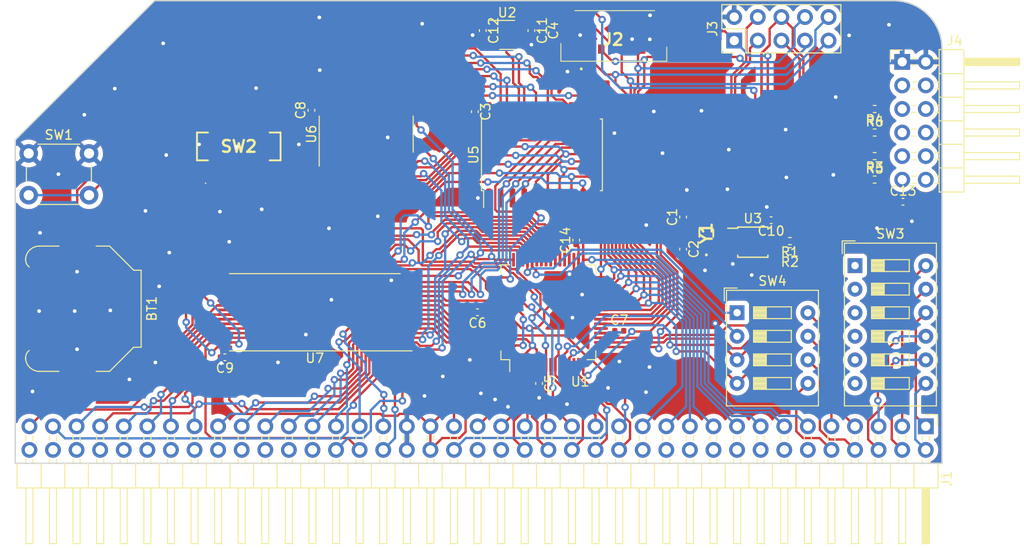
<source format=kicad_pcb>
(kicad_pcb (version 20221018) (generator pcbnew)
  (layers (0 "F.Cu" signal) (31 "B.Cu" signal) (34 "B.Paste" user) (35 "F.Paste" user) (36 "B.SilkS" user "B.Silkscreen") (37 "F.SilkS" user "F.Silkscreen") (38 "B.Mask" user) (39 "F.Mask" user) (44 "Edge.Cuts" user))
  (net 0 "")
  (net 1 "/A15")
  (net 2 "/A14")
  (net 3 "/A13")
  (net 4 "/A12")
  (net 5 "/A11")
  (net 6 "/A10")
  (net 7 "/A9")
  (net 8 "/A8")
  (net 9 "/A7")
  (net 10 "/A6")
  (net 11 "/A5")
  (net 12 "/A4")
  (net 13 "/A3")
  (net 14 "/A2")
  (net 15 "/A1")
  (net 16 "/A0")
  (net 17 "/~{M1}")
  (net 18 "/~{RST}")
  (net 19 "/CLK")
  (net 20 "/~{INT}")
  (net 21 "/~{MREQ}")
  (net 22 "/~{WR}")
  (net 23 "/~{RD}")
  (net 24 "/~{IORQ}")
  (net 25 "/D0")
  (net 26 "/D1")
  (net 27 "/D2")
  (net 28 "/D3")
  (net 29 "/D4")
  (net 30 "/D5")
  (net 31 "/D6")
  (net 32 "/D7")
  (net 33 "/~{RFSH}")
  (net 34 "/~{BUSACK}")
  (net 35 "/~{HALT}")
  (net 36 "/~{BUSRQ}")
  (net 37 "/~{WAIT}")
  (net 38 "/~{NMI}")
  (net 40 "Net-(BT1-+)")
  (net 41 "Net-(U3-X1)")
  (net 42 "Net-(U3-X2)")
  (net 43 "+3.3V")
  (net 44 "GND")
  (net 45 "+5V")
  (net 46 "/TX")
  (net 47 "/RX")
  (net 48 "/USER1")
  (net 49 "/USER2")
  (net 50 "/USER3")
  (net 51 "/p41")
  (net 52 "/p42")
  (net 53 "/p43")
  (net 54 "/p44")
  (net 55 "/p45")
  (net 56 "/p46")
  (net 57 "/p47")
  (net 58 "/p48")
  (net 59 "/A23")
  (net 60 "/A22")
  (net 61 "/A21")
  (net 62 "/A20")
  (net 63 "/A19")
  (net 64 "/A18")
  (net 65 "/A17")
  (net 66 "/A16")
  (net 67 "/PAGE")
  (net 68 "/CLOCK2")
  (net 69 "/D8")
  (net 70 "/D9")
  (net 71 "/D10")
  (net 72 "/D11")
  (net 73 "/D12")
  (net 74 "/D13")
  (net 75 "/D14")
  (net 76 "/D15")
  (net 77 "/RX2")
  (net 78 "/TX2")
  (net 79 "/USER5")
  (net 80 "/USER6")
  (net 81 "/USER7")
  (net 82 "/~{SDCS}")
  (net 83 "/SDA")
  (net 84 "/SCL")
  (net 85 "/RX3")
  (net 86 "/SCK")
  (net 87 "/MISO")
  (net 88 "/MOSI")
  (net 89 "/A15B")
  (net 90 "/~{BANK}")
  (net 91 "/BCLK")
  (net 96 "/BB18")
  (net 97 "/BB17")
  (net 98 "/BB16")
  (net 99 "/BB15")
  (net 100 "/BA18")
  (net 101 "/BA17")
  (net 102 "/BA16")
  (net 103 "/BA15")
  (net 105 "Net-(J4-Pin_11)")
  (net 108 "/VCCs")
  (net 110 "Net-(J4-Pin_7)")
  (net 111 "Net-(J4-Pin_8)")
  (net 112 "Net-(J4-Pin_9)")
  (net 113 "Net-(J4-Pin_10)")
  (net 116 "/TX3")
  (net 118 "/AVRRST")
  (net 119 "/BRX")
  (net 120 "/BRX2")
  (net 121 "/BTX")
  (net 122 "/BTX2")
  (footprint "Connector_PinHeader_2.54mm:PinHeader_2x39_P2.54mm_Horizontal" (layer "F.Cu") (at 190.754 104.14 -90)
    (fp_text reference "J1")
    (fp_text value "BUS")
  )
  (footprint "SamacSys_Parts:475710001" (layer "F.Cu") (at 157.1614 62.0426 180)
    (fp_text reference "J2")
    (fp_text value "47571-0001" hide)
  )
  (footprint "Button_Switch_THT:SW_DIP_SPSTx06_Slide_9.78x17.42mm_W7.62mm_P2.54mm" (layer "F.Cu") (at 183.134 86.8172)
    (fp_text reference "SW3")
    (fp_text value "SW_DIP_x06")
  )
  (footprint "Capacitor_SMD:C_0402_1005Metric" (layer "F.Cu") (at 164.6216 85.0478 -90)
    (fp_text reference "C2")
    (fp_text value "0.6pf")
  )
  (footprint "Connector_PinHeader_2.54mm:PinHeader_2x05_P2.54mm_Vertical" (layer "F.Cu") (at 170.1252 62.5676 90)
    (fp_text reference "J3")
    (fp_text value "UEXT")
  )
  (footprint "Resistor_SMD:R_0402_1005Metric" (layer "F.Cu") (at 185.25 75.018 180)
    (fp_text reference "R3")
    (fp_text value "1K")
  )
  (footprint "Package_SO:SOIC-20W_7.5x12.8mm_P1.27mm" (layer "F.Cu") (at 149.419 74.8792 90)
    (fp_text reference "U5")
    (fp_text value "74HCT574")
  )
  (footprint "Battery:BatteryHolder_Keystone_3000_1x12mm" (layer "F.Cu") (at 99.416 91.4654 -90)
    (fp_text reference "BT1")
    (fp_text value "Battery")
  )
  (footprint "Package_QFP:TQFP-64_10x10mm_P0.5mm" (layer "F.Cu") (at 150.114 91.8464 90)
    (fp_text reference "U1")
    (fp_text value "AVR128DB64x-xPT")
  )
  (footprint "Capacitor_SMD:C_0402_1005Metric" (layer "F.Cu") (at 148.2852 61.4842 -90)
    (fp_text reference "C11")
    (fp_text value "1uf")
  )
  (footprint "Capacitor_SMD:C_0402_1005Metric" (layer "F.Cu") (at 149.114 99.52 -90)
    (fp_text reference "C5")
    (fp_text value "0.1uf")
  )
  (footprint "Package_SO:TSOP-I-32_18.4x8mm_P0.5mm" (layer "F.Cu") (at 124.969 91.8464 180)
    (fp_text reference "U7")
    (fp_text value "AS6C4008-55PCN")
  )
  (footprint "Resistor_SMD:R_0402_1005Metric" (layer "F.Cu") (at 185.25 77.5462)
    (fp_text reference "R5")
    (fp_text value "1K")
  )
  (footprint "Capacitor_SMD:C_0402_1005Metric" (layer "F.Cu") (at 153.114 84.08 90)
    (fp_text reference "C14")
    (fp_text value "0.1uf")
  )
  (footprint "Package_TO_SOT_SMD:SOT-23-5" (layer "F.Cu") (at 145.6741 61.9542)
    (fp_text reference "U2")
    (fp_text value "MIC5504-3.3YM5")
  )
  (footprint "Capacitor_SMD:C_0402_1005Metric" (layer "F.Cu") (at 143.0528 61.4842 -90)
    (fp_text reference "C12")
    (fp_text value "1uf")
  )
  (footprint "Resistor_SMD:R_0402_1005Metric" (layer "F.Cu") (at 185.25 72.478)
    (fp_text reference "R6")
    (fp_text value "1K")
  )
  (footprint "Capacitor_SMD:C_0402_1005Metric" (layer "F.Cu") (at 124.6 70.0742 90)
    (fp_text reference "C8")
    (fp_text value "0.1uf")
  )
  (footprint "SamacSys_Parts:JS202011SCQN" (layer "F.Cu") (at 116.7784 73.9742)
    (fp_text reference "SW2")
    (fp_text value "BANK ENA" hide)
  )
  (footprint "Resistor_SMD:R_0402_1005Metric" (layer "F.Cu") (at 185.25 69.938 180)
    (fp_text reference "R4")
    (fp_text value "1K")
  )
  (footprint "Capacitor_SMD:C_0402_1005Metric" (layer "F.Cu") (at 142.48 91.8464 180)
    (fp_text reference "C6")
    (fp_text value "0.1uf")
  )
  (footprint "Connector_PinHeader_2.54mm:PinHeader_2x06_P2.54mm_Horizontal" (layer "F.Cu") (at 188.214 64.858)
    (fp_text reference "J4")
    (fp_text value "SERIAL")
  )
  (footprint "Capacitor_SMD:C_0402_1005Metric" (layer "F.Cu") (at 164.6216 81.5878 90)
    (fp_text reference "C1")
    (fp_text value "0.6pf")
  )
  (footprint "Button_Switch_THT:SW_DIP_SPSTx04_Slide_9.78x12.34mm_W7.62mm_P2.54mm" (layer "F.Cu") (at 170.434 91.8972)
    (fp_text reference "SW4")
    (fp_text value "SW_DIP_x04")
  )
  (footprint "Package_SO:TSSOP-8_3x3mm_P0.65mm" (layer "F.Cu") (at 172.1302 84.2928)
    (fp_text reference "U3")
    (fp_text value "MCP7940N-xST")
  )
  (footprint "Capacitor_SMD:C_0402_1005Metric" (layer "F.Cu") (at 188.3008 79.9338)
    (fp_text reference "C13")
    (fp_text value "0.1uf")
  )
  (footprint "SamacSys_Parts:SC32S7PF20PPM" (layer "F.Cu") (at 167.1216 83.3178 90)
    (fp_text reference "Y1")
    (fp_text value "32kHz" hide)
  )
  (footprint "Resistor_SMD:R_0402_1005Metric" (layer "F.Cu") (at 176.1216 84.1774 180)
    (fp_text reference "R1")
    (fp_text value "4.7K")
  )
  (footprint "Capacitor_SMD:C_0402_1005Metric" (layer "F.Cu") (at 174.1016 81.9274 180)
    (fp_text reference "C10")
    (fp_text value "0.1uf")
  )
  (footprint "Capacitor_SMD:C_0402_1005Metric" (layer "F.Cu") (at 149.4908 61.4842 -90)
    (fp_text reference "C4")
    (fp_text value "0.1uf")
  )
  (footprint "Capacitor_SMD:C_0402_1005Metric" (layer "F.Cu") (at 157.75 93.8464)
    (fp_text reference "C7")
    (fp_text value "0.1uf")
  )
  (footprint "Button_Switch_THT:SW_PUSH_6mm" (layer "F.Cu") (at 94.156 74.729)
    (fp_text reference "SW1")
    (fp_text value "Reset")
  )
  (footprint "Capacitor_SMD:C_0402_1005Metric" (layer "F.Cu") (at 115.2815 96.7 180)
    (fp_text reference "C9")
    (fp_text value "0.1uf")
  )
  (footprint "Package_SO:SO-16_3.9x9.9mm_P1.27mm" (layer "F.Cu") (at 130.499 72.6492 90)
    (fp_text reference "U6")
    (fp_text value "74HCT257")
  )
  (footprint "Resistor_SMD:R_0402_1005Metric" (layer "F.Cu") (at 176.1216 85.2678 180)
    (fp_text reference "R2")
    (fp_text value "4.7K")
  )
  (footprint "Capacitor_SMD:C_0402_1005Metric" (layer "F.Cu") (at 142.2 70.2292 -90)
    (fp_text reference "C3")
    (fp_text value "0.1uf")
  )
  (gr_line (start 187.3242 58.2676) (end 107.7174 58.2676) (stroke (width 0.15)) (layer "Edge.Cuts"))
  (gr_line (start 92.704 108.1278) (end 192.504 108.1278) (stroke (width 0.15)) (layer "Edge.Cuts"))
  (gr_line (start 107.7174 58.2676) (end 92.706 73.279) (stroke (width 0.15)) (layer "Edge.Cuts"))
  (gr_arc (start 187.3242 58.2676) (mid 190.986955 59.784928) (end 192.504 63.4478) (stroke (width 0.15)) (layer "Edge.Cuts"))
  (gr_line (start 192.504 63.4476) (end 192.504 108.1278) (stroke (width 0.15)) (layer "Edge.Cuts"))
  (gr_line (start 92.706 73.279) (end 92.706 108.1278) (stroke (width 0.15)) (layer "Edge.Cuts"))
  (segment (start 116.6255 95.0964) (end 115.2815 95.0964) (width 0.25) (layer "F.Cu") (net 1))
  (segment (start 126.4258 76.3742) (end 129.589 76.3742) (width 0.25) (layer "F.Cu") (net 1))
  (segment (start 114.2784 76.7242) (end 115.8034 78.2492) (width 0.25) (layer "F.Cu") (net 1))
  (segment (start 136.680334 76.903034) (end 136.383368 77.2) (width 0.25) (layer "F.Cu") (net 1))
  (segment (start 141.148706 83.8739) (end 142.01377 83.8739) (width 0.25) (layer "F.Cu") (net 1))
  (segment (start 112.5 89.601448) (end 112.5 78.5026) (width 0.25) (layer "F.Cu") (net 1))
  (segment (start 130.9648 77.2) (end 129.864 76.0992) (width 0.25) (layer "F.Cu") (net 1))
  (segment (start 147.102772 84.3714) (end 147.902772 85.1714) (width 0.25) (layer "F.Cu") (net 1))
  (segment (start 148.864 85.451424) (end 148.864 86.1839) (width 0.25) (layer "F.Cu") (net 1))
  (segment (start 148.583976 85.1714) (end 148.864 85.451424) (width 0.25) (layer "F.Cu") (net 1))
  (segment (start 142.01377 83.8739) (end 142.51127 84.3714) (width 0.25) (layer "F.Cu") (net 1))
  (segment (start 116.8 95.2709) (end 116.6255 95.0964) (width 0.25) (layer "F.Cu") (net 1))
  (segment (start 136.383368 77.2) (end 130.9648 77.2) (width 0.25) (layer "F.Cu") (net 1))
  (segment (start 140.785837 84.236769) (end 141.148706 83.8739) (width 0.25) (layer "F.Cu") (net 1))
  (segment (start 147.902772 85.1714) (end 148.583976 85.1714) (width 0.25) (layer "F.Cu") (net 1))
  (segment (start 142.51127 84.3714) (end 147.102772 84.3714) (width 0.25) (layer "F.Cu") (net 1))
  (segment (start 113.747252 90.8487) (end 112.5 89.601448) (width 0.25) (layer "F.Cu") (net 1))
  (segment (start 112.5 78.5026) (end 114.2784 76.7242) (width 0.25) (layer "F.Cu") (net 1))
  (segment (start 129.589 76.3742) (end 129.864 76.0992) (width 0.25) (layer "F.Cu") (net 1))
  (segment (start 129.864 76.0992) (end 129.864 75.2242) (width 0.25) (layer "F.Cu") (net 1))
  (segment (start 124.5508 78.2492) (end 126.4258 76.3742) (width 0.25) (layer "F.Cu") (net 1))
  (segment (start 115.8034 78.2492) (end 124.5508 78.2492) (width 0.25) (layer "F.Cu") (net 1))
  (via (at 140.785837 84.236769) (size 0.8) (drill 0.4) (layers "F.Cu" "B.Cu") (net 1))
  (via (at 113.747252 90.8487) (size 0.8) (drill 0.4) (layers "F.Cu" "B.Cu") (net 1))
  (via (at 116.8 95.2709) (size 0.8) (drill 0.4) (layers "F.Cu" "B.Cu") (net 1))
  (via (at 136.680334 76.903034) (size 0.8) (drill 0.4) (layers "F.Cu" "B.Cu") (net 1))
  (segment (start 140.785837 84.234737) (end 140.785837 84.236769) (width 0.25) (layer "B.Cu") (net 1))
  (segment (start 136.777534 76.903034) (end 138.6 78.7255) (width 0.25) (layer "B.Cu") (net 1))
  (segment (start 116.8 95.2709) (end 116.8 93.901448) (width 0.25) (layer "B.Cu") (net 1))
  (segment (start 138.6 78.7255) (end 138.6 82.0489) (width 0.25) (layer "B.Cu") (net 1))
  (segment (start 136.680334 76.903034) (end 136.777534 76.903034) (width 0.25) (layer "B.Cu") (net 1))
  (segment (start 116.8 93.901448) (end 113.747252 90.8487) (width 0.25) (layer "B.Cu") (net 1))
  (segment (start 138.6 82.0489) (end 140.785837 84.234737) (width 0.25) (layer "B.Cu") (net 1))
  (segment (start 131.7938 96.4506) (end 133.648 94.5964) (width 0.25) (layer "F.Cu") (net 2))
  (segment (start 140.5261 83.4739) (end 142.179456 83.4739) (width 0.25) (layer "F.Cu") (net 2))
  (segment (start 147.268458 83.9714) (end 148.068458 84.7714) (width 0.25) (layer "F.Cu") (net 2))
  (segment (start 133.648 94.5964) (end 134.6565 94.5964) (width 0.25) (layer "F.Cu") (net 2))
  (segment (start 131.7938 98.800312) (end 131.7938 96.4506) (width 0.25) (layer "F.Cu") (net 2))
  (segment (start 148.068458 84.7714) (end 148.749662 84.7714) (width 0.25) (layer "F.Cu") (net 2))
  (segment (start 129.1195 101.474612) (end 131.7938 98.800312) (width 0.25) (layer "F.Cu") (net 2))
  (segment (start 148.749662 84.7714) (end 149.364 85.385738) (width 0.25) (layer "F.Cu") (net 2))
  (segment (start 136.374414 94.5964) (end 134.6565 94.5964) (width 0.25) (layer "F.Cu") (net 2))
  (segment (start 136.568361 94.790347) (end 136.374414 94.5964) (width 0.25) (layer "F.Cu") (net 2))
  (segment (start 138.324106 85.675894) (end 140.5261 83.4739) (width 0.25) (layer "F.Cu") (net 2))
  (segment (start 142.676956 83.9714) (end 147.268458 83.9714) (width 0.25) (layer "F.Cu") (net 2))
  (segment (start 142.179456 83.4739) (end 142.676956 83.9714) (width 0.25) (layer "F.Cu") (net 2))
  (segment (start 138.324106 85.725908) (end 138.324106 85.675894) (width 0.25) (layer "F.Cu") (net 2))
  (segment (start 149.364 85.385738) (end 149.364 86.1839) (width 0.25) (layer "F.Cu") (net 2))
  (segment (start 129.1195 101.862255) (end 129.1195 101.474612) (width 0.25) (layer "F.Cu") (net 2))
  (via (at 129.1195 101.862255) (size 0.8) (drill 0.4) (layers "F.Cu" "B.Cu") (net 2))
  (via (at 136.568361 94.790347) (size 0.8) (drill 0.4) (layers "F.Cu" "B.Cu") (net 2))
  (via (at 138.324106 85.725908) (size 0.8) (drill 0.4) (layers "F.Cu" "B.Cu") (net 2))
  (segment (start 137.199472 93.516371) (end 136.568361 94.147482) (width 0.25) (layer "B.Cu") (net 2))
  (segment (start 129.1195 101.862255) (end 128.5 102.481755) (width 0.25) (layer "B.Cu") (net 2))
  (segment (start 127.8146 105.4354) (end 98.0694 105.4354) (width 0.25) (layer "B.Cu") (net 2))
  (segment (start 98.0694 105.4354) (end 96.774 104.14) (width 0.25) (layer "B.Cu") (net 2))
  (segment (start 136.568361 94.147482) (end 136.568361 94.790347) (width 0.25) (layer "B.Cu") (net 2))
  (segment (start 128.5 102.481755) (end 128.5 104.75) (width 0.25) (layer "B.Cu") (net 2))
  (segment (start 138.324106 85.725908) (end 137.199472 86.850542) (width 0.25) (layer "B.Cu") (net 2))
  (segment (start 128.5 104.75) (end 127.8146 105.4354) (width 0.25) (layer "B.Cu") (net 2))
  (segment (start 137.199472 86.850542) (end 137.199472 93.516371) (width 0.25) (layer "B.Cu") (net 2))
  (segment (start 135.192617 86.8) (end 124.421659 86.8) (width 0.25) (layer "F.Cu") (net 3))
  (segment (start 117.625258 93.5964) (end 115.2815 93.5964) (width 0.25) (layer "F.Cu") (net 3))
  (segment (start 147.434144 83.5714) (end 148.234144 84.3714) (width 0.25) (layer "F.Cu") (net 3))
  (segment (start 148.234144 84.3714) (end 148.915348 84.3714) (width 0.25) (layer "F.Cu") (net 3))
  (segment (start 140.360414 83.0739) (end 142.345142 83.0739) (width 0.25) (layer "F.Cu") (net 3))
  (segment (start 148.915348 84.3714) (end 149.864 85.320052) (width 0.25) (layer "F.Cu") (net 3))
  (segment (start 135.467117 86.5255) (end 135.192617 86.8) (width 0.25) (layer "F.Cu") (net 3))
  (segment (start 111.341747 102.058253) (end 111.8 101.6) (width 0.25) (layer "F.Cu") (net 3))
  (segment (start 138.045625 85.0505) (end 138.383814 85.0505) (width 0.25) (layer "F.Cu") (net 3))
  (segment (start 138.383814 85.0505) (end 140.360414 83.0739) (width 0.25) (layer "F.Cu") (net 3))
  (segment (start 137.372678 85.723447) (end 138.045625 85.0505) (width 0.25) (layer "F.Cu") (net 3))
  (segment (start 149.864 85.320052) (end 149.864 86.1839) (width 0.25) (layer "F.Cu") (net 3))
  (segment (start 111.8 96.224714) (end 114.428314 93.5964) (width 0.25) (layer "F.Cu") (net 3))
  (segment (start 142.842642 83.5714) (end 147.434144 83.5714) (width 0.25) (layer "F.Cu") (net 3))
  (segment (start 142.345142 83.0739) (end 142.842642 83.5714) (width 0.25) (layer "F.Cu") (net 3))
  (segment (start 124.421659 86.8) (end 117.625258 93.5964) (width 0.25) (layer "F.Cu") (net 3))
  (segment (start 111.8 101.6) (end 111.8 96.224714) (width 0.25) (layer "F.Cu") (net 3))
  (segment (start 106.6 102.058253) (end 111.341747 102.058253) (width 0.25) (layer "F.Cu") (net 3))
  (segment (start 114.428314 93.5964) (end 115.2815 93.5964) (width 0.25) (layer "F.Cu") (net 3))
  (via (at 135.467117 86.5255) (size 0.8) (drill 0.4) (layers "F.Cu" "B.Cu") (net 3))
  (via (at 137.372678 85.723447) (size 0.8) (drill 0.4) (layers "F.Cu" "B.Cu") (net 3))
  (via (at 106.6 102.058253) (size 0.8) (drill 0.4) (layers "F.Cu" "B.Cu") (net 3))
  (segment (start 101.395747 102.058253) (end 99.314 104.14) (width 0.25) (layer "B.Cu") (net 3))
  (segment (start 136.570625 86.5255) (end 135.467117 86.5255) (width 0.25) (layer "B.Cu") (net 3))
  (segment (start 106.6 102.058253) (end 101.395747 102.058253) (width 0.25) (layer "B.Cu") (net 3))
  (segment (start 137.372678 85.723447) (end 136.570625 86.5255) (width 0.25) (layer "B.Cu") (net 3))
  (segment (start 138.998606 83.401394) (end 139.7261 82.6739) (width 0.25) (layer "F.Cu") (net 4))
  (segment (start 127.537592 102.290834) (end 131.3438 98.484626) (width 0.25) (layer "F.Cu") (net 4))
  (segment (start 148.39983 83.9714) (end 149.081034 83.9714) (width 0.25) (layer "F.Cu") (net 4))
  (segment (start 117.111619 101.688381) (end 117.714072 102.290834) (width 0.25) (layer "F.Cu") (net 4))
  (segment (start 131.3438 96.264204) (end 133.511604 94.0964) (width 0.25) (layer "F.Cu") (net 4))
  (segment (start 150.364 85.254366) (end 150.364 86.1839) (width 0.25) (layer "F.Cu") (net 4))
  (segment (start 133.511604 94.0964) (end 134.6565 94.0964) (width 0.25) (layer "F.Cu") (net 4))
  (segment (start 137.180528 94.0964) (end 134.6565 94.0964) (width 0.25) (layer "F.Cu") (net 4))
  (segment (start 111.523794 102.733253) (end 103.260747 102.733253) (width 0.25) (layer "F.Cu") (net 4))
  (segment (start 131.3438 98.484626) (end 131.3438 96.264204) (width 0.25) (layer "F.Cu") (net 4))
  (segment (start 147.59983 83.1714) (end 148.39983 83.9714) (width 0.25) (layer "F.Cu") (net 4))
  (segment (start 139.7261 82.6739) (end 142.510828 82.6739) (width 0.25) (layer "F.Cu") (net 4))
  (segment (start 117.714072 102.290834) (end 127.537592 102.290834) (width 0.25) (layer "F.Cu") (net 4))
  (segment (start 137.377283 94.293155) (end 137.180528 94.0964) (width 0.25) (layer "F.Cu") (net 4))
  (segment (start 103.260747 102.733253) (end 101.854 104.14) (width 0.25) (layer "F.Cu") (net 4))
  (segment (start 142.510828 82.6739) (end 143.008328 83.1714) (width 0.25) (layer "F.Cu") (net 4))
  (segment (start 112.505246 101.751801) (end 111.523794 102.733253) (width 0.25) (layer "F.Cu") (net 4))
  (segment (start 149.081034 83.9714) (end 150.364 85.254366) (width 0.25) (layer "F.Cu") (net 4))
  (segment (start 143.008328 83.1714) (end 147.59983 83.1714) (width 0.25) (layer "F.Cu") (net 4))
  (via (at 117.111619 101.688381) (size 0.8) (drill 0.4) (layers "F.Cu" "B.Cu") (net 4))
  (via (at 137.377283 94.293155) (size 0.8) (drill 0.4) (layers "F.Cu" "B.Cu") (net 4))
  (via (at 138.998606 83.401394) (size 0.8) (drill 0.4) (layers "F.Cu" "B.Cu") (net 4))
  (via (at 112.505246 101.751801) (size 0.8) (drill 0.4) (layers "F.Cu" "B.Cu") (net 4))
  (segment (start 112.568666 101.688381) (end 117.111619 101.688381) (width 0.25) (layer "B.Cu") (net 4))
  (segment (start 138.998606 83.401394) (end 138.998606 87.106985) (width 0.25) (layer "B.Cu") (net 4))
  (segment (start 137.925 93.745438) (end 137.377283 94.293155) (width 0.25) (layer "B.Cu") (net 4))
  (segment (start 137.925 88.180592) (end 137.925 93.745438) (width 0.25) (layer "B.Cu") (net 4))
  (segment (start 112.505246 101.751801) (end 112.568666 101.688381) (width 0.25) (layer "B.Cu") (net 4))
  (segment (start 138.998606 87.106985) (end 137.925 88.180592) (width 0.25) (layer "B.Cu") (net 4))
  (segment (start 139.1261 82.2739) (end 142.676514 82.2739) (width 0.25) (layer "F.Cu") (net 5))
  (segment (start 107.6 101.383753) (end 107.5995 101.384253) (width 0.25) (layer "F.Cu") (net 5))
  (segment (start 133.654565 84.568339) (end 132.622904 85.6) (width 0.25) (layer "F.Cu") (net 5))
  (segment (start 123.9246 85.6) (end 117.4282 92.0964) (width 0.25) (layer "F.Cu") (net 5))
  (segment (start 107.5995 101.384253) (end 108.679595 101.384253) (width 0.25) (layer "F.Cu") (net 5))
  (segment (start 148.565516 83.5714) (end 149.24672 83.5714) (width 0.25) (layer "F.Cu") (net 5))
  (segment (start 117.4282 92.0964) (end 115.2815 92.0964) (width 0.25) (layer "F.Cu") (net 5))
  (segment (start 147.765516 82.7714) (end 148.565516 83.5714) (width 0.25) (layer "F.Cu") (net 5))
  (segment (start 110.6 99.463848) (end 110.6 95.515526) (width 0.25) (layer "F.Cu") (net 5))
  (segment (start 143.174014 82.7714) (end 147.765516 82.7714) (width 0.25) (layer "F.Cu") (net 5))
  (segment (start 108.679595 101.384253) (end 110.6 99.463848) (width 0.25) (layer "F.Cu") (net 5))
  (segment (start 138.2 83.2) (end 139.1261 82.2739) (width 0.25) (layer "F.Cu") (net 5))
  (segment (start 114.019126 92.0964) (end 115.2815 92.0964) (width 0.25) (layer "F.Cu") (net 5))
  (segment (start 135.28316 85.236444) (end 134.615055 84.568339) (width 0.25) (layer "F.Cu") (net 5))
  (segment (start 110.6 95.515526) (end 114.019126 92.0964) (width 0.25) (layer "F.Cu") (net 5))
  (segment (start 134.615055 84.568339) (end 133.654565 84.568339) (width 0.25) (layer "F.Cu") (net 5))
  (segment (start 132.622904 85.6) (end 123.9246 85.6) (width 0.25) (layer "F.Cu") (net 5))
  (segment (start 150.864 85.18868) (end 150.864 86.1839) (width 0.25) (layer "F.Cu") (net 5))
  (segment (start 149.24672 83.5714) (end 150.864 85.18868) (width 0.25) (layer "F.Cu") (net 5))
  (segment (start 142.676514 82.2739) (end 143.174014 82.7714) (width 0.25) (layer "F.Cu") (net 5))
  (segment (start 138.2 84.2) (end 138.2 83.2) (width 0.25) (layer "F.Cu") (net 5))
  (via (at 135.28316 85.236444) (size 0.8) (drill 0.4) (layers "F.Cu" "B.Cu") (net 5))
  (via (at 138.2 84.2) (size 0.8) (drill 0.4) (layers "F.Cu" "B.Cu") (net 5))
  (via (at 107.6 101.383753) (size 0.8) (drill 0.4) (layers "F.Cu" "B.Cu") (net 5))
  (segment (start 107.6 101.383753) (end 107.275 101.708753) (width 0.25) (layer "B.Cu") (net 5))
  (segment (start 107.275 101.708753) (end 107.275 102.337848) (width 0.25) (layer "B.Cu") (net 5))
  (segment (start 106.819048 102.7938) (end 105.7402 102.7938) (width 0.25) (layer "B.Cu") (net 5))
  (segment (start 138.2 84.2) (end 136.319604 84.2) (width 0.25) (layer "B.Cu") (net 5))
  (segment (start 136.319604 84.2) (end 135.28316 85.236444) (width 0.25) (layer "B.Cu") (net 5))
  (segment (start 105.7402 102.7938) (end 104.394 104.14) (width 0.25) (layer "B.Cu") (net 5))
  (segment (start 107.275 102.337848) (end 106.819048 102.7938) (width 0.25) (layer "B.Cu") (net 5))
  (segment (start 110.2 98.909253) (end 110.2 95.34984) (width 0.25) (layer "F.Cu") (net 6))
  (segment (start 132.234314 84.8) (end 123.593228 84.8) (width 0.25) (layer "F.Cu") (net 6))
  (segment (start 142.8422 81.8739) (end 143.3397 82.3714) (width 0.25) (layer "F.Cu") (net 6))
  (segment (start 133.434314 83.6) (end 132.234314 84.8) (width 0.25) (layer "F.Cu") (net 6))
  (segment (start 123.593228 84.8) (end 117.296828 91.0964) (width 0.25) (layer "F.Cu") (net 6))
  (segment (start 135.808142 83.6) (end 133.434314 83.6) (width 0.25) (layer "F.Cu") (net 6))
  (segment (start 135.9255 83.482642) (end 135.808142 83.6) (width 0.25) (layer "F.Cu") (net 6))
  (segment (start 110.2 95.34984) (end 114.45344 91.0964) (width 0.25) (layer "F.Cu") (net 6))
  (segment (start 138.960414 81.8739) (end 142.8422 81.8739) (width 0.25) (layer "F.Cu") (net 6))
  (segment (start 114.45344 91.0964) (end 115.2815 91.0964) (width 0.25) (layer "F.Cu") (net 6))
  (segment (start 151.364 85.122994) (end 151.364 86.1839) (width 0.25) (layer "F.Cu") (net 6))
  (segment (start 137.5255 83.490565) (end 137.5255 83.308814) (width 0.25) (layer "F.Cu") (net 6))
  (segment (start 148.731202 83.1714) (end 149.412406 83.1714) (width 0.25) (layer "F.Cu") (net 6))
  (segment (start 149.412406 83.1714) (end 151.364 85.122994) (width 0.25) (layer "F.Cu") (net 6))
  (segment (start 108.4 100.709253) (end 110.2 98.909253) (width 0.25) (layer "F.Cu") (net 6))
  (segment (start 117.296828 91.0964) (end 115.2815 91.0964) (width 0.25) (layer "F.Cu") (net 6))
  (segment (start 137.5255 83.308814) (end 138.960414 81.8739) (width 0.25) (layer "F.Cu") (net 6))
  (segment (start 147.931202 82.3714) (end 148.731202 83.1714) (width 0.25) (layer "F.Cu") (net 6))
  (segment (start 143.3397 82.3714) (end 147.931202 82.3714) (width 0.25) (layer "F.Cu") (net 6))
  (via (at 108.4 100.709253) (size 0.8) (drill 0.4) (layers "F.Cu" "B.Cu") (net 6))
  (via (at 135.9255 83.482642) (size 0.8) (drill 0.4) (layers "F.Cu" "B.Cu") (net 6))
  (via (at 137.5255 83.490565) (size 0.8) (drill 0.4) (layers "F.Cu" "B.Cu") (net 6))
  (segment (start 108.4 100.709253) (end 108.4 102.674) (width 0.25) (layer "B.Cu") (net 6))
  (segment (start 108.4 102.674) (end 106.934 104.14) (width 0.25) (layer "B.Cu") (net 6))
  (segment (start 135.9255 83.482642) (end 137.517577 83.482642) (width 0.25) (layer "B.Cu") (net 6))
  (segment (start 137.517577 83.482642) (end 137.5255 83.490565) (width 0.25) (layer "B.Cu") (net 6))
  (segment (start 111 95.751922) (end 114.155522 92.5964) (width 0.25) (layer "F.Cu") (net 7))
  (segment (start 149.578092 82.7714) (end 151.864 85.057308) (width 0.25) (layer "F.Cu") (net 7))
  (segment (start 143.007886 81.4739) (end 143.505386 81.9714) (width 0.25) (layer "F.Cu") (net 7))
  (segment (start 117.493886 92.5964) (end 115.2815 92.5964) (width 0.25) (layer "F.Cu") (net 7))
  (segment (start 133.177499 86) (end 124.090286 86) (width 0.25) (layer "F.Cu") (net 7))
  (segment (start 114.155522 92.5964) (end 115.2815 92.5964) (width 0.25) (layer "F.Cu") (net 7))
  (segment (start 109.633544 101.384193) (end 111 100.017737) (width 0.25) (layer "F.Cu") (net 7))
  (segment (start 137.199548 81.697307) (end 137.422955 81.4739) (width 0.25) (layer "F.Cu") (net 7))
  (segment (start 124.090286 86) (end 117.493886 92.5964) (width 0.25) (layer "F.Cu") (net 7))
  (segment (start 133.93416 85.243339) (end 133.177499 86) (width 0.25) (layer "F.Cu") (net 7))
  (segment (start 111 100.017737) (end 111 95.751922) (width 0.25) (layer "F.Cu") (net 7))
  (segment (start 151.864 85.057308) (end 151.864 86.1839) (width 0.25) (layer "F.Cu") (net 7))
  (segment (start 143.505386 81.9714) (end 148.096888 81.9714) (width 0.25) (layer "F.Cu") (net 7))
  (segment (start 148.096888 81.9714) (end 148.896888 82.7714) (width 0.25) (layer "F.Cu") (net 7))
  (segment (start 137.422955 81.4739) (end 143.007886 81.4739) (width 0.25) (layer "F.Cu") (net 7))
  (segment (start 148.896888 82.7714) (end 149.578092 82.7714) (width 0.25) (layer "F.Cu") (net 7))
  (segment (start 137.199548 82.598763) (end 137.199548 81.697307) (width 0.25) (layer "F.Cu") (net 7))
  (via (at 109.633544 101.384193) (size 0.8) (drill 0.4) (layers "F.Cu" "B.Cu") (net 7))
  (via (at 137.199548 82.598763) (size 0.8) (drill 0.4) (layers "F.Cu" "B.Cu") (net 7))
  (via (at 133.93416 85.243339) (size 0.8) (drill 0.4) (layers "F.Cu" "B.Cu") (net 7))
  (segment (start 136.000785 81.4) (end 134.6 81.4) (width 0.25) (layer "B.Cu") (net 7))
  (segment (start 134.20866 84.968839) (end 133.93416 85.243339) (width 0.25) (layer "B.Cu") (net 7))
  (segment (start 134.20866 81.79134) (end 134.20866 84.968839) (width 0.25) (layer "B.Cu") (net 7))
  (segment (start 137.199548 82.598763) (end 136.000785 81.4) (width 0.25) (layer "B.Cu") (net 7))
  (segment (start 109.474 101.543737) (end 109.474 104.14) (width 0.25) (layer "B.Cu") (net 7))
  (segment (start 134.6 81.4) (end 134.20866 81.79134) (width 0.25) (layer "B.Cu") (net 7))
  (segment (start 109.633544 101.384193) (end 109.474 101.543737) (width 0.25) (layer "B.Cu") (net 7))
  (segment (start 114.291918 93.0964) (end 115.2815 93.0964) (width 0.25) (layer "F.Cu") (net 8))
  (segment (start 111.4 100.183422) (end 111.4 95.988318) (width 0.25) (layer "F.Cu") (net 8))
  (segment (start 148.262574 81.5714) (end 149.062574 82.3714) (width 0.25) (layer "F.Cu") (net 8))
  (segment (start 134.60866 86.119783) (end 134.328443 86.4) (width 0.25) (layer "F.Cu") (net 8))
  (segment (start 111 101.2) (end 111 100.583422) (width 0.25) (layer "F.Cu") (net 8))
  (segment (start 111.4 95.988318) (end 114.291918 93.0964) (width 0.25) (layer "F.Cu") (net 8))
  (segment (start 135.772828 82.125931) (end 136.824859 81.0739) (width 0.25) (layer "F.Cu") (net 8))
  (segment (start 143.671072 81.5714) (end 148.262574 81.5714) (width 0.25) (layer "F.Cu") (net 8))
  (segment (start 134.328443 86.4) (end 124.255974 86.4) (width 0.25) (layer "F.Cu") (net 8))
  (segment (start 117.559572 93.0964) (end 115.2815 93.0964) (width 0.25) (layer "F.Cu") (net 8))
  (segment (start 143.173572 81.0739) (end 143.671072 81.5714) (width 0.25) (layer "F.Cu") (net 8))
  (segment (start 111 100.583422) (end 111.4 100.183422) (width 0.25) (layer "F.Cu") (net 8))
  (segment (start 136.824859 81.0739) (end 143.173572 81.0739) (width 0.25) (layer "F.Cu") (net 8))
  (segment (start 152.364 84.991622) (end 152.364 86.1839) (width 0.25) (layer "F.Cu") (net 8))
  (segment (start 149.743778 82.3714) (end 152.364 84.991622) (width 0.25) (layer "F.Cu") (net 8))
  (segment (start 124.255974 86.4) (end 117.559572 93.0964) (width 0.25) (layer "F.Cu") (net 8))
  (segment (start 149.062574 82.3714) (end 149.743778 82.3714) (width 0.25) (layer "F.Cu") (net 8))
  (via (at 111 101.2) (size 0.8) (drill 0.4) (layers "F.Cu" "B.Cu") (net 8))
  (via (at 135.772828 82.125931) (size 0.8) (drill 0.4) (layers "F.Cu" "B.Cu") (net 8))
  (via (at 134.60866 86.119783) (size 0.8) (drill 0.4) (layers "F.Cu" "B.Cu") (net 8))
  (segment (start 134.60866 83.290099) (end 134.60866 86.119783) (width 0.25) (layer "B.Cu") (net 8))
  (segment (start 112.014 102.214) (end 112.014 104.14) (width 0.25) (layer "B.Cu") (net 8))
  (segment (start 111 101.2) (end 112.014 102.214) (width 0.25) (layer "B.Cu") (net 8))
  (segment (start 135.772828 82.125931) (end 134.60866 83.290099) (width 0.25) (layer "B.Cu") (net 8))
  (segment (start 118.626916 101.573084) (end 127.689657 101.573084) (width 0.25) (layer "F.Cu") (net 9))
  (segment (start 127.689657 101.573084) (end 130.8438 98.418941) (width 0.25) (layer "F.Cu") (net 9))
  (segment (start 137.634416 93.5964) (end 139.134416 95.0964) (width 0.25) (layer "F.Cu") (net 9))
  (segment (start 130.8438 98.418941) (end 130.8438 96.198518) (width 0.25) (layer "F.Cu") (net 9))
  (segment (start 133.445918 93.5964) (end 134.6565 93.5964) (width 0.25) (layer "F.Cu") (net 9))
  (segment (start 118.6 101.6) (end 118.626916 101.573084) (width 0.25) (layer "F.Cu") (net 9))
  (segment (start 134.6565 93.5964) (end 137.634416 93.5964) (width 0.25) (layer "F.Cu") (net 9))
  (segment (start 139.134416 95.0964) (end 144.4515 95.0964) (width 0.25) (layer "F.Cu") (net 9))
  (segment (start 130.8438 96.198518) (end 133.445918 93.5964) (width 0.25) (layer "F.Cu") (net 9))
  (via (at 118.6 101.6) (size 0.8) (drill 0.4) (layers "F.Cu" "B.Cu") (net 9))
  (segment (start 114.554 104.14) (end 115.894 102.8) (width 0.25) (layer "B.Cu") (net 9))
  (segment (start 117.4 102.8) (end 118.6 101.6) (width 0.25) (layer "B.Cu") (net 9))
  (segment (start 115.894 102.8) (end 117.4 102.8) (width 0.25) (layer "B.Cu") (net 9))
  (segment (start 130.4438 95.891412) (end 133.238812 93.0964) (width 0.25) (layer "F.Cu") (net 10))
  (segment (start 137.770812 93.0964) (end 139.270812 94.5964) (width 0.25) (layer "F.Cu") (net 10))
  (segment (start 130.4438 98.253256) (end 130.4438 95.891412) (width 0.25) (layer "F.Cu") (net 10))
  (segment (start 134.6565 93.0964) (end 137.770812 93.0964) (width 0.25) (layer "F.Cu") (net 10))
  (segment (start 139.270812 94.5964) (end 144.4515 94.5964) (width 0.25) (layer "F.Cu") (net 10))
  (segment (start 126.098084 100.898084) (end 127.798972 100.898084) (width 0.25) (layer "F.Cu") (net 10))
  (segment (start 133.238812 93.0964) (end 134.6565 93.0964) (width 0.25) (layer "F.Cu") (net 10))
  (segment (start 126.097584 100.898584) (end 126.098084 100.898084) (width 0.25) (layer "F.Cu") (net 10))
  (segment (start 127.798972 100.898084) (end 130.4438 98.253256) (width 0.25) (layer "F.Cu") (net 10))
  (segment (start 124.929867 100.898584) (end 126.097584 100.898584) (width 0.25) (layer "F.Cu") (net 10))
  (via (at 124.929867 100.898584) (size 0.8) (drill 0.4) (layers "F.Cu" "B.Cu") (net 10))
  (segment (start 119.622721 101.611279) (end 117.094 104.14) (width 0.25) (layer "B.Cu") (net 10))
  (segment (start 124.929867 100.898584) (end 124.217172 101.611279) (width 0.25) (layer "B.Cu") (net 10))
  (segment (start 124.217172 101.611279) (end 119.622721 101.611279) (width 0.25) (layer "B.Cu") (net 10))
  (segment (start 129.9938 98.137571) (end 129.9938 95.705016) (width 0.25) (layer "F.Cu") (net 11))
  (segment (start 128.072052 100.059319) (end 129.9938 98.137571) (width 0.25) (layer "F.Cu") (net 11))
  (segment (start 129.9938 95.705016) (end 133.102416 92.5964) (width 0.25) (layer "F.Cu") (net 11))
  (segment (start 134.6565 92.5964) (end 137.907208 92.5964) (width 0.25) (layer "F.Cu") (net 11))
  (segment (start 137.907208 92.5964) (end 139.407208 94.0964) (width 0.25) (layer "F.Cu") (net 11))
  (segment (start 139.407208 94.0964) (end 144.4515 94.0964) (width 0.25) (layer "F.Cu") (net 11))
  (segment (start 126.3958 100.059319) (end 128.072052 100.059319) (width 0.25) (layer "F.Cu") (net 11))
  (segment (start 133.102416 92.5964) (end 134.6565 92.5964) (width 0.25) (layer "F.Cu") (net 11))
  (via (at 126.3958 100.059319) (size 0.8) (drill 0.4) (layers "F.Cu" "B.Cu") (net 11))
  (segment (start 124.346818 102.5) (end 121.274 102.5) (width 0.25) (layer "B.Cu") (net 11))
  (segment (start 126.3958 100.059319) (end 126.3958 100.451018) (width 0.25) (layer "B.Cu") (net 11))
  (segment (start 126.3958 100.451018) (end 124.346818 102.5) (width 0.25) (layer "B.Cu") (net 11))
  (segment (start 121.274 102.5) (end 119.634 104.14) (width 0.25) (layer "B.Cu") (net 11))
  (segment (start 129.5438 98.021886) (end 129.5438 95.51862) (width 0.25) (layer "F.Cu") (net 12))
  (segment (start 134.6565 92.0964) (end 138.043604 92.0964) (width 0.25) (layer "F.Cu") (net 12))
  (segment (start 132.96602 92.0964) (end 134.6565 92.0964) (width 0.25) (layer "F.Cu") (net 12))
  (segment (start 138.043604 92.0964) (end 139.543604 93.5964) (width 0.25) (layer "F.Cu") (net 12))
  (segment (start 129.5438 95.51862) (end 132.96602 92.0964) (width 0.25) (layer "F.Cu") (net 12))
  (segment (start 128.452903 99.112783) (end 129.5438 98.021886) (width 0.25) (layer "F.Cu") (net 12))
  (segment (start 139.543604 93.5964) (end 144.4515 93.5964) (width 0.25) (layer "F.Cu") (net 12))
  (segment (start 127.0703 99.112783) (end 128.452903 99.112783) (width 0.25) (layer "F.Cu") (net 12))
  (via (at 127.0703 99.112783) (size 0.8) (drill 0.4) (layers "F.Cu" "B.Cu") (net 12))
  (segment (start 127.0703 100.7297) (end 124.8 103) (width 0.25) (layer "B.Cu") (net 12))
  (segment (start 123.314 103) (end 122.174 104.14) (width 0.25) (layer "B.Cu") (net 12))
  (segment (start 127.0703 99.112783) (end 127.0703 100.7297) (width 0.25) (layer "B.Cu") (net 12))
  (segment (start 124.8 103) (end 123.314 103) (width 0.25) (layer "B.Cu") (net 12))
  (segment (start 139.68 93.0964) (end 144.4515 93.0964) (width 0.25) (layer "F.Cu") (net 13))
  (segment (start 134.6565 91.5964) (end 138.18 91.5964) (width 0.25) (layer "F.Cu") (net 13))
  (segment (start 128.578381 98.421619) (end 129.0938 97.9062) (width 0.25) (layer "F.Cu") (net 13))
  (segment (start 129.0938 97.9062) (end 129.0938 95.332224) (width 0.25) (layer "F.Cu") (net 13))
  (segment (start 127.7448 98.421619) (end 128.578381 98.421619) (width 0.25) (layer "F.Cu") (net 13))
  (segment (start 132.829624 91.5964) (end 134.6565 91.5964) (width 0.25) (layer "F.Cu") (net 13))
  (segment (start 138.18 91.5964) (end 139.68 93.0964) (width 0.25) (layer "F.Cu") (net 13))
  (segment (start 129.0938 95.332224) (end 132.829624 91.5964) (width 0.25) (layer "F.Cu") (net 13))
  (via (at 127.7448 98.421619) (size 0.8) (drill 0.4) (layers "F.Cu" "B.Cu") (net 13))
  (segment (start 127.7448 98.421619) (end 127.7448 101.1092) (width 0.25) (layer "B.Cu") (net 13))
  (segment (start 127.7448 101.1092) (end 124.714 104.14) (width 0.25) (layer "B.Cu") (net 13))
  (segment (start 139.816396 92.5964) (end 144.4515 92.5964) (width 0.25) (layer "F.Cu") (net 14))
  (segment (start 128.6438 95.145828) (end 132.693228 91.0964) (width 0.25) (layer "F.Cu") (net 14))
  (segment (start 134.6565 91.0964) (end 138.316396 91.0964) (width 0.25) (layer "F.Cu") (net 14))
  (segment (start 128.4193 97.499053) (end 128.500947 97.499053) (width 0.25) (layer "F.Cu") (net 14))
  (segment (start 132.693228 91.0964) (end 134.6565 91.0964) (width 0.25) (layer "F.Cu") (net 14))
  (segment (start 128.6438 96.519905) (end 128.6438 95.145828) (width 0.25) (layer "F.Cu") (net 14))
  (segment (start 138.316396 91.0964) (end 139.816396 92.5964) (width 0.25) (layer "F.Cu") (net 14))
  (segment (start 128.6443 97.3557) (end 128.6443 96.520405) (width 0.25) (layer "F.Cu") (net 14))
  (segment (start 128.500947 97.499053) (end 128.6443 97.3557) (width 0.25) (layer "F.Cu") (net 14))
  (segment (start 128.6443 96.520405) (end 128.6438 96.519905) (width 0.25) (layer "F.Cu") (net 14))
  (via (at 128.4193 97.499053) (size 0.8) (drill 0.4) (layers "F.Cu" "B.Cu") (net 14))
  (segment (start 127.254 103.162069) (end 127.254 104.14) (width 0.25) (layer "B.Cu") (net 14))
  (segment (start 128.4193 101.996769) (end 127.254 103.162069) (width 0.25) (layer "B.Cu") (net 14))
  (segment (start 128.4193 97.499053) (end 128.4193 101.996769) (width 0.25) (layer "B.Cu") (net 14))
  (segment (start 127.574395 95.049142) (end 127.664105 94.959432) (width 0.25) (layer "F.Cu") (net 15))
  (segment (start 128.1938 94.959432) (end 132.556832 90.5964) (width 0.25) (layer "F.Cu") (net 15))
  (segment (start 138.952792 91.0964) (end 144.4515 91.0964) (width 0.25) (layer "F.Cu") (net 15))
  (segment (start 132.556832 90.5964) (end 134.6565 90.5964) (width 0.25) (layer "F.Cu") (net 15))
  (segment (start 138.452792 90.5964) (end 138.952792 91.0964) (width 0.25) (layer "F.Cu") (net 15))
  (segment (start 127.664105 94.959432) (end 128.1938 94.959432) (width 0.25) (layer "F.Cu") (net 15))
  (segment (start 134.6565 90.5964) (end 138.452792 90.5964) (width 0.25) (layer "F.Cu") (net 15))
  (via (at 127.574395 95.049142) (size 0.8) (drill 0.4) (layers "F.Cu" "B.Cu") (net 15))
  (segment (start 127.574395 95.049142) (end 127.574395 95.618613) (width 0.25) (layer "B.Cu") (net 15))
  (segment (start 129.794 97.838218) (end 129.794 104.14) (width 0.25) (layer "B.Cu") (net 15))
  (segment (start 127.574395 95.618613) (end 129.794 97.838218) (width 0.25) (layer "B.Cu") (net 15))
  (segment (start 127.999672 94.199672) (end 132.102944 90.0964) (width 0.25) (layer "F.Cu") (net 16))
  (segment (start 138.589188 90.0964) (end 139.089188 90.5964) (width 0.25) (layer "F.Cu") (net 16))
  (segment (start 139.089188 90.5964) (end 144.4515 90.5964) (width 0.25) (layer "F.Cu") (net 16))
  (segment (start 132.102944 90.0964) (end 134.6565 90.0964) (width 0.25) (layer "F.Cu") (net 16))
  (segment (start 132.4 100.7255) (end 132.4 102.2) (width 0.25) (layer "F.Cu") (net 16))
  (segment (start 134.6565 90.0964) (end 138.589188 90.0964) (width 0.25) (layer "F.Cu") (net 16))
  (via (at 132.4 102.2) (size 0.8) (drill 0.4) (layers "F.Cu" "B.Cu") (net 16))
  (via (at 132.4 100.7255) (size 0.8) (drill 0.4) (layers "F.Cu" "B.Cu") (net 16))
  (via (at 127.999672 94.199672) (size 0.8) (drill 0.4) (layers "F.Cu" "B.Cu") (net 16))
  (segment (start 128.248895 94.448895) (end 127.999672 94.199672) (width 0.25) (layer "B.Cu") (net 16))
  (segment (start 132.334 102.266) (end 132.4 102.2) (width 0.25) (layer "B.Cu") (net 16))
  (segment (start 132.4 100.7255) (end 130.4685 98.794) (width 0.25) (layer "B.Cu") (net 16))
  (segment (start 130.4685 98.794) (end 130.4685 97.396244) (width 0.25) (layer "B.Cu") (net 16))
  (segment (start 130.4685 97.396244) (end 128.248895 95.176639) (width 0.25) (layer "B.Cu") (net 16))
  (segment (start 132.334 104.14) (end 132.334 102.266) (width 0.25) (layer "B.Cu") (net 16))
  (segment (start 128.248895 95.176639) (end 128.248895 94.448895) (width 0.25) (layer "B.Cu") (net 16))
  (segment (start 147.417042 92.179466) (end 145.333976 90.0964) (width 0.25) (layer "F.Cu") (net 17))
  (segment (start 145.333976 90.0964) (end 144.4515 90.0964) (width 0.25) (layer "F.Cu") (net 17))
  (segment (start 146.5755 95.4245) (end 139.954 102.046) (width 0.25) (layer "F.Cu") (net 17))
  (segment (start 147.4 95.4245) (end 146.5755 95.4245) (width 0.25) (layer "F.Cu") (net 17))
  (segment (start 147.417042 92.63628) (end 147.417042 92.179466) (width 0.25) (layer "F.Cu") (net 17))
  (segment (start 139.954 102.046) (end 139.954 104.14) (width 0.25) (layer "F.Cu") (net 17))
  (via (at 147.417042 92.63628) (size 0.8) (drill 0.4) (layers "F.Cu" "B.Cu") (net 17))
  (via (at 147.4 95.4245) (size 0.8) (drill 0.4) (layers "F.Cu" "B.Cu") (net 17))
  (segment (start 147.417042 92.63628) (end 147.4 92.653322) (width 0.25) (layer "B.Cu") (net 17))
  (segment (start 147.4 92.653322) (end 147.4 95.4245) (width 0.25) (layer "B.Cu") (net 17))
  (segment (start 146.364 97.5089) (end 146.364 100.27) (width 0.25) (layer "F.Cu") (net 18))
  (segment (start 146.364 100.27) (end 142.494 104.14) (width 0.25) (layer "F.Cu") (net 18))
  (segment (start 145.034 104.14) (end 146.864 102.31) (width 0.25) (layer "F.Cu") (net 19))
  (segment (start 146.864 102.31) (end 146.864 97.5089) (width 0.25) (layer "F.Cu") (net 19))
  (segment (start 147.864 103.85) (end 147.864 97.5089) (width 0.25) (layer "F.Cu") (net 20))
  (segment (start 147.574 104.14) (end 147.864 103.85) (width 0.25) (layer "F.Cu") (net 20))
  (segment (start 149.864 95.4885) (end 149.864 97.5089) (width 0.25) (layer "F.Cu") (net 21))
  (segment (start 136.6 86.286525) (end 136.6 83) (width 0.25) (layer "F.Cu") (net 21))
  (segment (start 117.231142 90.5964) (end 115.2815 90.5964) (width 0.25) (layer "F.Cu") (net 21))
  (segment (start 142.034315 86.4) (end 136.713475 86.4) (width 0.25) (layer "F.Cu") (net 21))
  (segment (start 150.114 104.14) (end 149.864 103.89) (width 0.25) (layer "F.Cu") (net 21))
  (segment (start 132 84.4) (end 123.427542 84.4) (width 0.25) (layer "F.Cu") (net 21))
  (segment (start 142.218215 86.5839) (end 142.034315 86.4) (width 0.25) (layer "F.Cu") (net 21))
  (segment (start 148.348409 92.45159) (end 149.2642 91.535799) (width 0.25) (layer "F.Cu") (net 21))
  (segment (start 149.2642 91.535799) (end 149.2642 89.9044) (width 0.25) (layer "F.Cu") (net 21))
  (segment (start 136.6 83) (end 136.4 82.8) (width 0.25) (layer "F.Cu") (net 21))
  (segment (start 133.6 82.8) (end 132 84.4) (width 0.25) (layer "F.Cu") (net 21))
  (segment (start 136.713475 86.4) (end 136.6 86.286525) (width 0.25) (layer "F.Cu") (net 21))
  (segment (start 146.5562 87.1964) (end 146.144024 87.1964) (width 0.25) (layer "F.Cu") (net 21))
  (segment (start 149.864 103.89) (end 149.864 97.5089) (width 0.25) (layer "F.Cu") (net 21))
  (segment (start 149.2642 89.9044) (end 146.5562 87.1964) (width 0.25) (layer "F.Cu") (net 21))
  (segment (start 136.4 82.8) (end 133.6 82.8) (width 0.25) (layer "F.Cu") (net 21))
  (segment (start 123.427542 84.4) (end 117.231142 90.5964) (width 0.25) (layer "F.Cu") (net 21))
  (segment (start 149.8 95.4245) (end 149.864 95.4885) (width 0.25) (layer "F.Cu") (net 21))
  (segment (start 145.531524 86.5839) (end 142.218215 86.5839) (width 0.25) (layer "F.Cu") (net 21))
  (segment (start 146.144024 87.1964) (end 145.531524 86.5839) (width 0.25) (layer "F.Cu") (net 21))
  (via (at 148.348409 92.45159) (size 0.8) (drill 0.4) (layers "F.Cu" "B.Cu") (net 21))
  (via (at 149.8 95.4245) (size 0.8) (drill 0.4) (layers "F.Cu" "B.Cu") (net 21))
  (segment (start 148.348409 92.884186) (end 149.8 94.335777) (width 0.25) (layer "B.Cu") (net 21))
  (segment (start 148.348409 92.45159) (end 148.348409 92.884186) (width 0.25) (layer "B.Cu") (net 21))
  (segment (start 149.8 94.335777) (end 149.8 95.4245) (width 0.25) (layer "B.Cu") (net 21))
  (segment (start 147.882094 91.282094) (end 146.1964 89.5964) (width 0.25) (layer "F.Cu") (net 22))
  (segment (start 143.4005 88.6005) (end 143.4005 89.277876) (width 0.25) (layer "F.Cu") (net 22))
  (segment (start 117.690944 94.0964) (end 124.587344 87.2) (width 0.25) (layer "F.Cu") (net 22))
  (segment (start 143.719024 89.5964) (end 144.4515 89.5964) (width 0.25) (layer "F.Cu") (net 22))
  (segment (start 150.6 100) (end 150.6 102.086) (width 0.25) (layer "F.Cu") (net 22))
  (segment (start 142.1839 87.3839) (end 143.4005 88.6005) (width 0.25) (layer "F.Cu") (net 22))
  (segment (start 141.886843 87.3839) (end 142.1839 87.3839) (width 0.25) (layer "F.Cu") (net 22))
  (segment (start 150.6 102.086) (end 152.654 104.14) (width 0.25) (layer "F.Cu") (net 22))
  (segment (start 146.1964 89.5964) (end 144.4515 89.5964) (width 0.25) (layer "F.Cu") (net 22))
  (segment (start 143.4005 89.277876) (end 143.719024 89.5964) (width 0.25) (layer "F.Cu") (net 22))
  (segment (start 115.2815 94.0964) (end 117.690944 94.0964) (width 0.25) (layer "F.Cu") (net 22))
  (segment (start 124.587344 87.2) (end 141.702943 87.2) (width 0.25) (layer "F.Cu") (net 22))
  (segment (start 148.317906 91.282094) (end 147.882094 91.282094) (width 0.25) (layer "F.Cu") (net 22))
  (segment (start 141.702943 87.2) (end 141.886843 87.3839) (width 0.25) (layer "F.Cu") (net 22))
  (via (at 148.317906 91.282094) (size 0.8) (drill 0.4) (layers "F.Cu" "B.Cu") (net 22))
  (via (at 150.6 100) (size 0.8) (drill 0.4) (layers "F.Cu" "B.Cu") (net 22))
  (segment (start 150.538096 99.938096) (end 150.6 100) (width 0.25) (layer "B.Cu") (net 22))
  (segment (start 148.317906 91.282094) (end 148.317906 91.467199) (width 0.25) (layer "B.Cu") (net 22))
  (segment (start 148.317906 91.467199) (end 150.538096 93.687389) (width 0.25) (layer "B.Cu") (net 22))
  (segment (start 150.538096 93.687389) (end 150.538096 99.938096) (width 0.25) (layer "B.Cu") (net 22))
  (segment (start 145.977838 87.5959) (end 145.365838 86.9839) (width 0.25) (layer "F.Cu") (net 23))
  (segment (start 133.6 84) (end 132.4 85.2) (width 0.25) (layer "F.Cu") (net 23))
  (segment (start 132.4 85.2) (end 123.758914 85.2) (width 0.25) (layer "F.Cu") (net 23))
  (segment (start 142.052529 86.9839) (end 141.868629 86.8) (width 0.25) (layer "F.Cu") (net 23))
  (segment (start 145.365838 86.9839) (end 142.052529 86.9839) (width 0.25) (layer "F.Cu") (net 23))
  (segment (start 151.212596 95.5548) (end 151.212596 96.427828) (width 0.25) (layer "F.Cu") (net 23))
  (segment (start 146.294083 87.5959) (end 145.977838 87.5959) (width 0.25) (layer "F.Cu") (net 23))
  (segment (start 155.194 102.959686) (end 150.864 98.629686) (width 0.25) (layer "F.Cu") (net 23))
  (segment (start 150.864 98.629686) (end 150.864 97.5089) (width 0.25) (layer "F.Cu") (net 23))
  (segment (start 136.142117 86.394327) (end 136.142117 85.142117) (width 0.25) (layer "F.Cu") (net 23))
  (segment (start 155.194 104.14) (end 155.194 102.959686) (width 0.25) (layer "F.Cu") (net 23))
  (segment (start 141.868629 86.8) (end 136.547789 86.8) (width 0.25) (layer "F.Cu") (net 23))
  (segment (start 117.362514 91.5964) (end 115.2815 91.5964) (width 0.25) (layer "F.Cu") (net 23))
  (segment (start 150.864 96.776424) (end 150.864 97.5089) (width 0.25) (layer "F.Cu") (net 23))
  (segment (start 151.212596 96.427828) (end 150.864 96.776424) (width 0.25) (layer "F.Cu") (net 23))
  (segment (start 123.758914 85.2) (end 117.362514 91.5964) (width 0.25) (layer "F.Cu") (net 23))
  (segment (start 136.142117 85.142117) (end 135 84) (width 0.25) (layer "F.Cu") (net 23))
  (segment (start 136.547789 86.8) (end 136.142117 86.394327) (width 0.25) (layer "F.Cu") (net 23))
  (segment (start 135 84) (end 133.6 84) (width 0.25) (layer "F.Cu") (net 23))
  (segment (start 148.5897 89.891517) (end 146.294083 87.5959) (width 0.25) (layer "F.Cu") (net 23))
  (segment (start 148.5897 90.2) (end 148.5897 89.891517) (width 0.25) (layer "F.Cu") (net 23))
  (via (at 148.5897 90.2) (size 0.8) (drill 0.4) (layers "F.Cu" "B.Cu") (net 23))
  (via (at 151.212596 95.5548) (size 0.8) (drill 0.4) (layers "F.Cu" "B.Cu") (net 23))
  (segment (start 151.212596 95.5548) (end 151.212596 93.222896) (width 0.25) (layer "B.Cu") (net 23))
  (segment (start 151.212596 93.222896) (end 148.5897 90.6) (width 0.25) (layer "B.Cu") (net 23))
  (segment (start 148.5897 90.6) (end 148.5897 90.2) (width 0.25) (layer "B.Cu") (net 23))
  (segment (start 158.373299 100.572592) (end 158.373299 102.078301) (width 0.25) (layer "F.Cu") (net 24))
  (segment (start 151.9821 94.3495) (end 154.734444 97.101844) (width 0.25) (layer "F.Cu") (net 24))
  (segment (start 146.4505 94.3495) (end 151.9821 94.3495) (width 0.25) (layer "F.Cu") (net 24))
  (segment (start 154.734444 97.101844) (end 154.902551 97.101844) (width 0.25) (layer "F.Cu") (net 24))
  (segment (start 154.902551 97.101844) (end 158.373299 100.572592) (width 0.25) (layer "F.Cu") (net 24))
  (segment (start 144.4515 95.5964) (end 145.2036 95.5964) (width 0.25) (layer "F.Cu") (net 24))
  (segment (start 145.2036 95.5964) (end 146.4505 94.3495) (width 0.25) (layer "F.Cu") (net 24))
  (via (at 158.373299 102.078301) (size 0.8) (drill 0.4) (layers "F.Cu" "B.Cu") (net 24))
  (segment (start 158.373299 102.078301) (end 158.373299 103.500701) (width 0.25) (layer "B.Cu") (net 24))
  (segment (start 158.373299 103.500701) (end 157.734 104.14) (width 0.25) (layer "B.Cu") (net 24))
  (segment (start 150.3 73.3) (end 145.6 78) (width 0.25) (layer "F.Cu") (net 25))
  (segment (start 140.575494 89.5964) (end 134.6565 89.5964) (width 0.25) (layer "F.Cu") (net 25))
  (segment (start 161.081898 90.673385) (end 161.081898 87.939059) (width 0.25) (layer "F.Cu") (net 25))
  (segment (start 158.1846 85.041761) (end 158.1846 76.915972) (width 0.25) (layer "F.Cu") (net 25))
  (segment (start 140.900994 89.9219) (end 140.575494 89.5964) (width 0.25) (layer "F.Cu") (net 25))
  (segment (start 145.6 78) (end 144.974 78.626) (width 0.25) (layer "F.Cu") (net 25))
  (segment (start 160.900697 90.854586) (end 161.081898 90.673385) (width 0.25) (layer "F.Cu") (net 25))
  (segment (start 154.568628 73.3) (end 150.3 73.3) (width 0.25) (layer "F.Cu") (net 25))
  (segment (start 160.658883 91.0964) (end 155.7765 91.0964) (width 0.25) (layer "F.Cu") (net 25))
  (segment (start 160.900697 90.854586) (end 160.658883 91.0964) (width 0.25) (layer "F.Cu") (net 25))
  (segment (start 161.081898 87.939059) (end 158.1846 85.041761) (width 0.25) (layer "F.Cu") (net 25))
  (segment (start 158.1846 76.915972) (end 154.568628 73.3) (width 0.25) (layer "F.Cu") (net 25))
  (segment (start 144.974 78.626) (end 144.974 79.5292) (width 0.25) (layer "F.Cu") (net 25))
  (via (at 145.6 78) (size 0.8) (drill 0.4) (layers "F.Cu" "B.Cu") (net 25))
  (via (at 160.900697 90.854586) (size 0.8) (drill 0.4) (layers "F.Cu" "B.Cu") (net 25))
  (via (at 140.900994 89.9219) (size 0.8) (drill 0.4) (layers "F.Cu" "B.Cu") (net 25))
  (segment (start 140.900994 88.620447) (end 143.000541 86.5209) (width 0.25) (layer "B.Cu") (net 25))
  (segment (start 162.46047 90.854586) (end 164.554 92.948116) (width 0.25) (layer "B.Cu") (net 25))
  (segment (start 143.000541 86.5209) (end 144.2791 86.5209) (width 0.25) (layer "B.Cu") (net 25))
  (segment (start 160.900697 90.854586) (end 162.46047 90.854586) (width 0.25) (layer "B.Cu") (net 25))
  (segment (start 144.2791 86.5209) (end 144.8 86) (width 0.25) (layer "B.Cu") (net 25))
  (segment (start 144.8 86) (end 144.8 78.8) (width 0.25) (layer "B.Cu") (net 25))
  (segment (start 140.900994 89.9219) (end 140.900994 88.620447) (width 0.25) (layer "B.Cu") (net 25))
  (segment (start 164.554 92.948116) (end 164.554 99.86) (width 0.25) (layer "B.Cu") (net 25))
  (segment (start 144.8 78.8) (end 145.6 78) (width 0.25) (layer "B.Cu") (net 25))
  (segment (start 164.554 99.86) (end 160.274 104.14) (width 0.25) (layer "B.Cu") (net 25))
  (segment (start 160.406898 89.9725) (end 159.782998 90.5964) (width 0.25) (layer "F.Cu") (net 26))
  (segment (start 157.7846 77.081658) (end 154.402942 73.7) (width 0.25) (layer "F.Cu") (net 26))
  (segment (start 160.406898 87.829745) (end 157.7846 85.207447) (width 0.25) (layer "F.Cu") (net 26))
  (segment (start 141.030089 89.0964) (end 134.6565 89.0964) (width 0.25) (layer "F.Cu") (net 26))
  (segment (start 146.6 78) (end 146.244 78.356) (width 0.25) (layer "F.Cu") (net 26))
  (segment (start 154.402942 73.7) (end 150.9 73.7) (width 0.25) (layer "F.Cu") (net 26))
  (segment (start 146.244 78.356) (end 146.244 79.5292) (width 0.25) (layer "F.Cu") (net 26))
  (segment (start 157.7846 85.207447) (end 157.7846 77.081658) (width 0.25) (layer "F.Cu") (net 26))
  (segment (start 150.9 73.7) (end 146.6 78) (width 0.25) (layer "F.Cu") (net 26))
  (segment (start 141.575994 89.642305) (end 141.030089 89.0964) (width 0.25) (layer "F.Cu") (net 26))
  (segment (start 159.782998 90.5964) (end 155.7765 90.5964) (width 0.25) (layer "F.Cu") (net 26))
  (segment (start 141.850497 89.9219) (end 141.575994 89.647397) (width 0.25) (layer "F.Cu") (net 26))
  (segment (start 160.406898 89.9725) (end 160.406898 87.829745) (width 0.25) (layer "F.Cu") (net 26))
  (segment (start 141.575994 89.647397) (end 141.575994 89.642305) (width 0.25) (layer "F.Cu") (net 26))
  (via (at 146.6 78) (size 0.8) (drill 0.4) (layers "F.Cu" "B.Cu") (net 26))
  (via (at 160.406898 89.9725) (size 0.8) (drill 0.4) (layers "F.Cu" "B.Cu") (net 26))
  (via (at 141.850497 89.9219) (size 0.8) (drill 0.4) (layers "F.Cu" "B.Cu") (net 26))
  (segment (start 162.14407 89.9725) (end 164.954 92.78243) (width 0.25) (layer "B.Cu") (net 26))
  (segment (start 145.2 86.165685) (end 144.444785 86.9209) (width 0.25) (layer "B.Cu") (net 26))
  (segment (start 141.850497 88.23663) (end 141.850497 89.9219) (width 0.25) (layer "B.Cu") (net 26))
  (segment (start 164.954 92.78243) (end 164.954 102) (width 0.25) (layer "B.Cu") (net 26))
  (segment (start 160.406898 89.9725) (end 162.14407 89.9725) (width 0.25) (layer "B.Cu") (net 26))
  (segment (start 164.954 102) (end 162.814 104.14) (width 0.25) (layer "B.Cu") (net 26))
  (segment (start 144.444785 86.9209) (end 143.166227 86.9209) (width 0.25) (layer "B.Cu") (net 26))
  (segment (start 146.6 78) (end 145.2 79.4) (width 0.25) (layer "B.Cu") (net 26))
  (segment (start 143.166227 86.9209) (end 141.850497 88.23663) (width 0.25) (layer "B.Cu") (net 26))
  (segment (start 145.2 79.4) (end 145.2 86.165685) (width 0.25) (layer "B.Cu") (net 26))
  (segment (start 147.652664 77.9995) (end 147.514 78.138164) (width 0.25) (layer "F.Cu") (net 27))
  (segment (start 142.525497 89.642305) (end 141.479592 88.5964) (width 0.25) (layer "F.Cu") (net 27))
  (segment (start 157.3846 85.373133) (end 157.3846 77.247344) (width 0.25) (layer "F.Cu") (net 27))
  (segment (start 154.237256 74.1) (end 151.552164 74.1) (width 0.25) (layer "F.Cu") (net 27))
  (segment (start 159.575576 89.298) (end 159.575621 89.298045) (width 0.25) (layer "F.Cu") (net 27))
  (segment (start 159.575576 87.564109) (end 157.3846 85.373133) (width 0.25) (layer "F.Cu") (net 27))
  (segment (start 158.777176 90.0964) (end 155.7765 90.0964) (width 0.25) (layer "F.Cu") (net 27))
  (segment (start 159.575621 89.298045) (end 159.575621 89.411991) (width 0.25) (layer "F.Cu") (net 27))
  (segment (start 141.479592 88.5964) (end 134.6565 88.5964) (width 0.25) (layer "F.Cu") (net 27))
  (segment (start 142.525497 89.647397) (end 142.525497 89.642305) (width 0.25) (layer "F.Cu") (net 27))
  (segment (start 151.552164 74.1) (end 147.652664 77.9995) (width 0.25) (layer "F.Cu") (net 27))
  (segment (start 159.575576 89.298) (end 158.777176 90.0964) (width 0.25) (layer "F.Cu") (net 27))
  (segment (start 147.514 78.138164) (end 147.514 79.5292) (width 0.25) (layer "F.Cu") (net 27))
  (segment (start 159.575576 89.298) (end 159.575576 87.564109) (width 0.25) (layer "F.Cu") (net 27))
  (segment (start 142.8 89.9219) (end 142.525497 89.647397) (width 0.25) (layer "F.Cu") (net 27))
  (segment (start 157.3846 77.247344) (end 154.237256 74.1) (width 0.25) (layer "F.Cu") (net 27))
  (via (at 142.8 89.9219) (size 0.8) (drill 0.4) (layers "F.Cu" "B.Cu") (net 27))
  (via (at 147.652664 77.9995) (size 0.8) (drill 0.4) (layers "F.Cu" "B.Cu") (net 27))
  (via (at 159.575576 89.298) (size 0.8) (drill 0.4) (layers "F.Cu" "B.Cu") (net 27))
  (segment (start 147.652664 77.9995) (end 145.6 80.052164) (width 0.25) (layer "B.Cu") (net 27))
  (segment (start 162.035256 89.298) (end 165.354 92.616744) (width 0.25) (layer "B.Cu") (net 27))
  (segment (start 142.8 87.852813) (end 142.8 89.9219) (width 0.25) (layer "B.Cu") (net 27))
  (segment (start 145.6 80.052164) (end 145.6 86.33137) (width 0.25) (layer "B.Cu") (net 27))
  (segment (start 165.354 92.616744) (end 165.354 104.14) (width 0.25) (layer "B.Cu") (net 27))
  (segment (start 144.610471 87.3209) (end 143.331913 87.3209) (width 0.25) (layer "B.Cu") (net 27))
  (segment (start 143.331913 87.3209) (end 142.8 87.852813) (width 0.25) (layer "B.Cu") (net 27))
  (segment (start 145.6 86.33137) (end 144.610471 87.3209) (width 0.25) (layer "B.Cu") (net 27))
  (segment (start 159.575576 89.298) (end 162.035256 89.298) (width 0.25) (layer "B.Cu") (net 27))
  (segment (start 140.545901 73.991355) (end 136.937256 77.6) (width 0.25) (layer "F.Cu") (net 28))
  (segment (start 157.78491 89.5964) (end 155.7765 89.5964) (width 0.25) (layer "F.Cu") (net 28))
  (segment (start 156.9846 77.41303) (end 154.37157 74.8) (width 0.25) (layer "F.Cu") (net 28))
  (segment (start 125.7779 77.6) (end 115.2815 88.0964) (width 0.25) (layer "F.Cu") (net 28))
  (segment (start 156.9846 85.538819) (end 156.9846 77.41303) (width 0.25) (layer "F.Cu") (net 28))
  (segment (start 158.75781 88.6235) (end 157.78491 89.5964) (width 0.25) (layer "F.Cu") (net 28))
  (segment (start 158.75781 87.312029) (end 156.9846 85.538819) (width 0.25) (layer "F.Cu") (net 28))
  (segment (start 136.937256 77.6) (end 125.7779 77.6) (width 0.25) (layer "F.Cu") (net 28))
  (segment (start 148.784 77.769202) (end 148.784 79.5292) (width 0.25) (layer "F.Cu") (net 28))
  (segment (start 147.6 73.991355) (end 140.545901 73.991355) (width 0.25) (layer "F.Cu") (net 28))
  (segment (start 151.753202 74.8) (end 148.784 77.769202) (width 0.25) (layer "F.Cu") (net 28))
  (segment (start 152 74.8) (end 151.753202 74.8) (width 0.25) (layer "F.Cu") (net 28))
  (segment (start 158.75781 88.6235) (end 158.75781 87.312029) (width 0.25) (layer "F.Cu") (net 28))
  (segment (start 154.37157 74.8) (end 152 74.8) (width 0.25) (layer "F.Cu") (net 28))
  (via (at 147.6 73.991355) (size 0.8) (drill 0.4) (layers "F.Cu" "B.Cu") (net 28))
  (via (at 152 74.8) (size 0.8) (drill 0.4) (layers "F.Cu" "B.Cu") (net 28))
  (via (at 158.75781 88.6235) (size 0.8) (drill 0.4) (layers "F.Cu" "B.Cu") (net 28))
  (segment (start 147.6 73.991355) (end 151.191355 73.991355) (width 0.25) (layer "B.Cu") (net 28))
  (segment (start 151.191355 73.991355) (end 152 74.8) (width 0.25) (layer "B.Cu") (net 28))
  (segment (start 165.754 92.451058) (end 165.754 102) (width 0.25) (layer "B.Cu") (net 28))
  (segment (start 158.75781 88.6235) (end 161.926442 88.6235) (width 0.25) (layer "B.Cu") (net 28))
  (segment (start 165.754 102) (end 167.894 104.14) (width 0.25) (layer "B.Cu") (net 28))
  (segment (start 161.926442 88.6235) (end 165.754 92.451058) (width 0.25) (layer "B.Cu") (net 28))
  (segment (start 152.6 75.594284) (end 151.524604 75.594284) (width 0.25) (layer "F.Cu") (net 29))
  (segment (start 157.914279 87.949) (end 157.914279 87.034184) (width 0.25) (layer "F.Cu") (net 29))
  (segment (start 127.534315 78) (end 116.937914 88.5964) (width 0.25) (layer "F.Cu") (net 29))
  (segment (start 156.5846 77.578716) (end 154.600168 75.594284) (width 0.25) (layer "F.Cu") (net 29))
  (segment (start 154.600168 75.594284) (end 152.6 75.594284) (width 0.25) (layer "F.Cu") (net 29))
  (segment (start 150.054 77.064888) (end 150.054 79.5292) (width 0.25) (layer "F.Cu") (net 29))
  (segment (start 151.524604 75.594284) (end 150.054 77.064888) (width 0.25) (layer "F.Cu") (net 29))
  (segment (start 157.914279 87.949) (end 157.914279 88.051407) (width 0.25) (layer "F.Cu") (net 29))
  (segment (start 156.869286 89.0964) (end 155.7765 89.0964) (width 0.25) (layer "F.Cu") (net 29))
  (segment (start 157.914279 87.034184) (end 156.5846 85.704505) (width 0.25) (layer "F.Cu") (net 29))
  (segment (start 140.159308 74.943634) (end 137.102942 78) (width 0.25) (layer "F.Cu") (net 29))
  (segment (start 156.5846 85.704505) (end 156.5846 77.578716) (width 0.25) (layer "F.Cu") (net 29))
  (segment (start 146.6 74.943634) (end 140.159308 74.943634) (width 0.25) (layer "F.Cu") (net 29))
  (segment (start 137.102942 78) (end 127.534315 78) (width 0.25) (layer "F.Cu") (net 29))
  (segment (start 157.914279 88.051407) (end 156.869286 89.0964) (width 0.25) (layer "F.Cu") (net 29))
  (segment (start 116.937914 88.5964) (end 115.2815 88.5964) (width 0.25) (layer "F.Cu") (net 29))
  (via (at 152.6 75.594284) (size 0.8) (drill 0.4) (layers "F.Cu" "B.Cu") (net 29))
  (via (at 146.6 74.943634) (size 0.8) (drill 0.4) (layers "F.Cu" "B.Cu") (net 29))
  (via (at 157.914279 87.949) (size 0.8) (drill 0.4) (layers "F.Cu" "B.Cu") (net 29))
  (segment (start 146.6 74.943634) (end 151.005126 74.943634) (width 0.25) (layer "B.Cu") (net 29))
  (segment (start 161.817628 87.949) (end 166.154 92.285373) (width 0.25) (layer "B.Cu") (net 29))
  (segment (start 166.154 92.285373) (end 166.154 99.86) (width 0.25) (layer "B.Cu") (net 29))
  (segment (start 166.154 99.86) (end 170.434 104.14) (width 0.25) (layer "B.Cu") (net 29))
  (segment (start 157.914279 87.949) (end 161.817628 87.949) (width 0.25) (layer "B.Cu") (net 29))
  (segment (start 151.655776 75.594284) (end 152.6 75.594284) (width 0.25) (layer "B.Cu") (net 29))
  (segment (start 151.005126 74.943634) (end 151.655776 75.594284) (width 0.25) (layer "B.Cu") (net 29))
  (segment (start 151.8 76.475717) (end 151.8 76.965686) (width 0.25) (layer "F.Cu") (net 30))
  (segment (start 156.1846 86.2591) (end 156.1846 77.744402) (width 0.25) (layer "F.Cu") (net 30))
  (segment (start 157.2 88.2) (end 156.8036 88.5964) (width 0.25) (layer "F.Cu") (net 30))
  (segment (start 117.0036 89.0964) (end 115.2815 89.0964) (width 0.25) (layer "F.Cu") (net 30))
  (segment (start 145.792716 75.898801) (end 139.769827 75.898801) (width 0.25) (layer "F.Cu") (net 30))
  (segment (start 151.917193 76.358524) (end 151.8 76.475717) (width 0.25) (layer "F.Cu") (net 30))
  (segment (start 145.796358 75.895159) (end 145.792716 75.898801) (width 0.25) (layer "F.Cu") (net 30))
  (segment (start 139.769827 75.898801) (end 137.268628 78.4) (width 0.25) (layer "F.Cu") (net 30))
  (segment (start 137.268628 78.4) (end 127.7 78.4) (width 0.25) (layer "F.Cu") (net 30))
  (segment (start 157.2 87.2745) (end 156.1846 86.2591) (width 0.25) (layer "F.Cu") (net 30))
  (segment (start 151.324 77.441686) (end 151.324 79.5292) (width 0.25) (layer "F.Cu") (net 30))
  (segment (start 156.8036 88.5964) (end 155.7765 88.5964) (width 0.25) (layer "F.Cu") (net 30))
  (segment (start 156.1846 77.744402) (end 154.798722 76.358524) (width 0.25) (layer "F.Cu") (net 30))
  (segment (start 157.2 87.2745) (end 157.2 88.2) (width 0.25) (layer "F.Cu") (net 30))
  (segment (start 154.798722 76.358524) (end 151.917193 76.358524) (width 0.25) (layer "F.Cu") (net 30))
  (segment (start 151.8 76.965686) (end 151.324 77.441686) (width 0.25) (layer "F.Cu") (net 30))
  (segment (start 127.7 78.4) (end 117.0036 89.0964) (width 0.25) (layer "F.Cu") (net 30))
  (via (at 151.8 76.475717) (size 0.8) (drill 0.4) (layers "F.Cu" "B.Cu") (net 30))
  (via (at 145.796358 75.895159) (size 0.8) (drill 0.4) (layers "F.Cu" "B.Cu") (net 30))
  (via (at 157.2 87.2745) (size 0.8) (drill 0.4) (layers "F.Cu" "B.Cu") (net 30))
  (segment (start 161.708814 87.2745) (end 166.554 92.119686) (width 0.25) (layer "B.Cu") (net 30))
  (segment (start 166.554 92.119686) (end 166.554 99.694314) (width 0.25) (layer "B.Cu") (net 30))
  (segment (start 171.853656 103.019656) (end 172.974 104.14) (width 0.25) (layer "B.Cu") (net 30))
  (segment (start 169.879342 103.019656) (end 171.853656 103.019656) (width 0.25) (layer "B.Cu") (net 30))
  (segment (start 157.2 87.2745) (end 161.708814 87.2745) (width 0.25) (layer "B.Cu") (net 30))
  (segment (start 145.8 75.898801) (end 151.223084 75.898801) (width 0.25) (layer "B.Cu") (net 30))
  (segment (start 145.796358 75.895159) (end 145.8 75.898801) (width 0.25) (layer "B.Cu") (net 30))
  (segment (start 151.223084 75.898801) (end 151.8 76.475717) (width 0.25) (layer "B.Cu") (net 30))
  (segment (start 166.554 99.694314) (end 169.879342 103.019656) (width 0.25) (layer "B.Cu") (net 30))
  (segment (start 152.6 77.2255) (end 152.6 79.5232) (width 0.25) (layer "F.Cu") (net 31))
  (segment (start 152.6 77.2255) (end 154.456342 77.2255) (width 0.25) (layer "F.Cu") (net 31))
  (segment (start 127.896171 78.8) (end 117.09977 89.5964) (width 0.25) (layer "F.Cu") (net 31))
  (segment (start 144.845758 76.845758) (end 144.841019 76.850497) (width 0.25) (layer "F.Cu") (net 31))
  (segment (start 139.383817 76.850497) (end 137.434314 78.8) (width 0.25) (layer "F.Cu") (net 31))
  (segment (start 144.841019 76.850497) (end 139.383817 76.850497) (width 0.25) (layer "F.Cu") (net 31))
  (segment (start 117.09977 89.5964) (end 115.2815 89.5964) (width 0.25) (layer "F.Cu") (net 31))
  (segment (start 154.456342 77.2255) (end 155.7765 78.545658) (width 0.25) (layer "F.Cu") (net 31))
  (segment (start 155.7765 78.545658) (end 155.7765 88.0964) (width 0.25) (layer "F.Cu") (net 31))
  (segment (start 152.6 79.5232) (end 152.594 79.5292) (width 0.25) (layer "F.Cu") (net 31))
  (segment (start 137.434314 78.8) (end 127.896171 78.8) (width 0.25) (layer "F.Cu") (net 31))
  (via (at 152.6 77.2255) (size 0.8) (drill 0.4) (layers "F.Cu" "B.Cu") (net 31))
  (via (at 155.7765 87.2) (size 0.8) (drill 0.4) (layers "F.Cu" "B.Cu") (net 31))
  (via (at 144.845758 76.845758) (size 0.8) (drill 0.4) (layers "F.Cu" "B.Cu") (net 31))
  (segment (start 144.850497 76.850497) (end 151.010119 76.850497) (width 0.25) (layer "B.Cu") (net 31))
  (segment (start 170.045028 102.619656) (end 173.993656 102.619656) (width 0.25) (layer "B.Cu") (net 31))
  (segment (start 144.845758 76.845758) (end 144.850497 76.850497) (width 0.25) (layer "B.Cu") (net 31))
  (segment (start 166.954 91.954001) (end 166.954 99.528628) (width 0.25) (layer "B.Cu") (net 31))
  (segment (start 173.993656 102.619656) (end 175.514 104.14) (width 0.25) (layer "B.Cu") (net 31))
  (segment (start 161.6 86.6) (end 166.954 91.954001) (width 0.25) (layer "B.Cu") (net 31))
  (segment (start 166.954 99.528628) (end 170.045028 102.619656) (width 0.25) (layer "B.Cu") (net 31))
  (segment (start 156.3765 86.6) (end 161.6 86.6) (width 0.25) (layer "B.Cu") (net 31))
  (segment (start 155.7765 87.2) (end 156.3765 86.6) (width 0.25) (layer "B.Cu") (net 31))
  (segment (start 151.385122 77.2255) (end 152.6 77.2255) (width 0.25) (layer "B.Cu") (net 31))
  (segment (start 151.010119 76.850497) (end 151.385122 77.2255) (width 0.25) (layer "B.Cu") (net 31))
  (segment (start 117.165456 90.0964) (end 115.2815 90.0964) (width 0.25) (layer "F.Cu") (net 32))
  (segment (start 153.864 86.1839) (end 153.864 79.5292) (width 0.25) (layer "F.Cu") (net 32))
  (segment (start 137.6 79.2) (end 128.061856 79.2) (width 0.25) (layer "F.Cu") (net 32))
  (segment (start 143.6 77.8) (end 139 77.8) (width 0.25) (layer "F.Cu") (net 32))
  (segment (start 139 77.8) (end 137.6 79.2) (width 0.25) (layer "F.Cu") (net 32))
  (segment (start 153.864 77.983665) (end 153.864 79.5292) (width 0.25) (layer "F.Cu") (net 32))
  (segment (start 154.8 86.1839) (end 153.864 86.1839) (width 0.25) (layer "F.Cu") (net 32))
  (segment (start 128.061856 79.2) (end 117.165456 90.0964) (width 0.25) (layer "F.Cu") (net 32))
  (segment (start 153.8 77.919665) (end 153.864 77.983665) (width 0.25) (layer "F.Cu") (net 32))
  (via (at 154.8 86.1839) (size 0.8) (drill 0.4) (layers "F.Cu" "B.Cu") (net 32))
  (via (at 143.6 77.8) (size 0.8) (drill 0.4) (layers "F.Cu" "B.Cu") (net 32))
  (via (at 153.8 77.919665) (size 0.8) (drill 0.4) (layers "F.Cu" "B.Cu") (net 32))
  (segment (start 174.959342 103.019656) (end 176.933656 103.019656) (width 0.25) (layer "B.Cu") (net 32))
  (segment (start 149.346223 77.325) (end 145.320405 77.325) (width 0.25) (layer "B.Cu") (net 32))
  (segment (start 174.159342 102.219656) (end 174.959342 103.019656) (width 0.25) (layer "B.Cu") (net 32))
  (segment (start 153.8 77.919665) (end 149.940888 77.919665) (width 0.25) (layer "B.Cu") (net 32))
  (segment (start 144.845405 77.8) (end 143.6 77.8) (width 0.25) (layer "B.Cu") (net 32))
  (segment (start 154.8 86.1839) (end 154.8161 86.2) (width 0.25) (layer "B.Cu") (net 32))
  (segment (start 145.320405 77.325) (end 144.845405 77.8) (width 0.25) (layer "B.Cu") (net 32))
  (segment (start 167.354 91.788316) (end 167.354 99.362942) (width 0.25) (layer "B.Cu") (net 32))
  (segment (start 154.8161 86.2) (end 161.765686 86.2) (width 0.25) (layer "B.Cu") (net 32))
  (segment (start 149.940888 77.919665) (end 149.346223 77.325) (width 0.25) (layer "B.Cu") (net 32))
  (segment (start 170.210714 102.219656) (end 174.159342 102.219656) (width 0.25) (layer "B.Cu") (net 32))
  (segment (start 161.765686 86.2) (end 167.354 91.788316) (width 0.25) (layer "B.Cu") (net 32))
  (segment (start 176.933656 103.019656) (end 178.054 104.14) (width 0.25) (layer "B.Cu") (net 32))
  (segment (start 167.354 99.362942) (end 170.210714 102.219656) (width 0.25) (layer "B.Cu") (net 32))
  (segment (start 156.4 102.4) (end 156.4 102.2) (width 0.25) (layer "F.Cu") (net 33))
  (segment (start 156.4 102.2) (end 152.864 98.664) (width 0.25) (layer "F.Cu") (net 33))
  (segment (start 152.864 98.664) (end 152.864 97.5089) (width 0.25) (layer "F.Cu") (net 33))
  (via (at 156.4 102.4) (size 0.8) (drill 0.4) (layers "F.Cu" "B.Cu") (net 33))
  (segment (start 141.234 105.4) (end 139.954 106.68) (width 0.25) (layer "B.Cu") (net 33))
  (segment (start 156.4 102.4) (end 156.4 104.8) (width 0.25) (layer "B.Cu") (net 33))
  (segment (start 156.4 104.8) (end 155.8 105.4) (width 0.25) (layer "B.Cu") (net 33))
  (segment (start 155.8 105.4) (end 141.234 105.4) (width 0.25) (layer "B.Cu") (net 33))
  (segment (start 146.399 105.505) (end 146.399 103.5624) (width 0.25) (layer "F.Cu") (net 34))
  (segment (start 147.364 102.5974) (end 147.364 97.5089) (width 0.25) (layer "F.Cu") (net 34))
  (segment (start 147.574 106.68) (end 146.399 105.505) (width 0.25) (layer "F.Cu") (net 34))
  (segment (start 146.399 103.5624) (end 147.364 102.5974) (width 0.25) (layer "F.Cu") (net 34))
  (segment (start 148.364 103.114) (end 148.939 103.689) (width 0.25) (layer "F.Cu") (net 35))
  (segment (start 148.939 105.505) (end 150.114 106.68) (width 0.25) (layer "F.Cu") (net 35))
  (segment (start 148.364 97.5089) (end 148.364 103.114) (width 0.25) (layer "F.Cu") (net 35))
  (segment (start 148.939 103.689) (end 148.939 105.505) (width 0.25) (layer "F.Cu") (net 35))
  (segment (start 153.829 102.160372) (end 150.364 98.695372) (width 0.25) (layer "F.Cu") (net 36))
  (segment (start 152.654 106.68) (end 153.829 105.505) (width 0.25) (layer "F.Cu") (net 36))
  (segment (start 150.364 98.695372) (end 150.364 97.5089) (width 0.25) (layer "F.Cu") (net 36))
  (segment (start 153.829 105.505) (end 153.829 102.160372) (width 0.25) (layer "F.Cu") (net 36))
  (segment (start 155.194 106.68) (end 156.4 105.474) (width 0.25) (layer "F.Cu") (net 37))
  (segment (start 156.4 105.474) (end 156.4 103.6) (width 0.25) (layer "F.Cu") (net 37))
  (segment (start 156.4 103.6) (end 151.364 98.564) (width 0.25) (layer "F.Cu") (net 37))
  (segment (start 151.364 98.564) (end 151.364 97.5089) (width 0.25) (layer "F.Cu") (net 37))
  (segment (start 153.364 98.598314) (end 153.364 97.5089) (width 0.25) (layer "F.Cu") (net 38))
  (segment (start 156.490686 101.725) (end 153.364 98.598314) (width 0.25) (layer "F.Cu") (net 38))
  (segment (start 158.909 105.505) (end 158.909 103.725656) (width 0.25) (layer "F.Cu") (net 38))
  (segment (start 157.734 106.68) (end 158.909 105.505) (width 0.25) (layer "F.Cu") (net 38))
  (segment (start 158.909 103.725656) (end 156.908344 101.725) (width 0.25) (layer "F.Cu") (net 38))
  (segment (start 156.908344 101.725) (end 156.490686 101.725) (width 0.25) (layer "F.Cu") (net 38))
  (segment (start 99.381 83.5304) (end 99.381 78.700876) (width 0.25) (layer "F.Cu") (net 40))
  (segment (start 106.426 87.63) (end 106.426 95.3008) (width 0.25) (layer "F.Cu") (net 40))
  (segment (start 172.3902 82.7578) (end 170.5302 84.6178) (width 0.25) (layer "F.Cu") (net 40))
  (segment (start 102.3614 83.5654) (end 106.426 87.63) (width 0.25) (layer "F.Cu") (net 40))
  (segment (start 99.416 83.5654) (end 102.3614 83.5654) (width 0.25) (layer "F.Cu") (net 40))
  (segment (start 106.426 95.3008) (end 102.3614 99.3654) (width 0.25) (layer "F.Cu") (net 40))
  (segment (start 170.5302 84.6178) (end 169.9802 84.6178) (width 0.25) (layer "F.Cu") (net 40))
  (segment (start 102.3614 99.3654) (end 99.416 99.3654) (width 0.25) (layer "F.Cu") (net 40))
  (segment (start 99.381 78.700876) (end 119.611076 58.4708) (width 0.25) (layer "F.Cu") (net 40))
  (segment (start 172.2374 67.9337) (end 172.3902 68.0865) (width 0.25) (layer "F.Cu") (net 40))
  (segment (start 99.416 83.5654) (end 99.381 83.5304) (width 0.25) (layer "F.Cu") (net 40))
  (segment (start 119.611076 58.4708) (end 154.0764 58.4708) (width 0.25) (layer "F.Cu") (net 40))
  (segment (start 154.0764 58.4708) (end 155.9052 60.2996) (width 0.25) (layer "F.Cu") (net 40))
  (segment (start 172.3902 68.0865) (end 172.3902 82.7578) (width 0.25) (layer "F.Cu") (net 40))
  (via (at 155.9052 60.2996) (size 0.8) (drill 0.4) (layers "F.Cu" "B.Cu") (net 40))
  (via (at 172.2374 67.9337) (size 0.8) (drill 0.4) (layers "F.Cu" "B.Cu") (net 40))
  (segment (start 171.9629 67.6592) (end 157.809105 67.6592) (width 0.25) (layer "B.Cu") (net 40))
  (segment (start 172.2374 67.9337) (end 171.9629 67.6592) (width 0.25) (layer "B.Cu") (net 40))
  (segment (start 155.9052 65.755295) (end 155.9052 60.2996) (width 0.25) (layer "B.Cu") (net 40))
  (segment (start 157.809105 67.6592) (end 155.9052 65.755295) (width 0.25) (layer "B.Cu") (net 40))
  (segment (start 169.9802 83.3178) (end 168.3716 83.3178) (width 0.25) (layer "F.Cu") (net 41))
  (segment (start 168.3716 83.3178) (end 167.1216 82.0678) (width 0.25) (layer "F.Cu") (net 41))
  (segment (start 164.6216 82.0678) (end 167.1216 82.0678) (width 0.25) (layer "F.Cu") (net 41))
  (segment (start 167.7216 83.9678) (end 169.9802 83.9678) (width 0.25) (layer "F.Cu") (net 42))
  (segment (start 164.6216 84.5678) (end 167.1216 84.5678) (width 0.25) (layer "F.Cu") (net 42))
  (segment (start 167.1216 84.5678) (end 167.7216 83.9678) (width 0.25) (layer "F.Cu") (net 42))
  (segment (start 148.2852 61.0042) (end 149.4908 61.0042) (width 0.25) (layer "F.Cu") (net 43))
  (segment (start 174.2802 82.2288) (end 174.5816 81.9274) (width 0.25) (layer "F.Cu") (net 43))
  (segment (start 173.7397 64.2117) (end 173.7397 79.8176) (width 0.25) (layer "F.Cu") (net 43))
  (segment (start 173.7397 79.8176) (end 173.913995 79.8176) (width 0.25) (layer "F.Cu") (net 43))
  (segment (start 157.02 94.0964) (end 157.27 93.8464) (width 0.25) (layer "F.Cu") (net 43))
  (segment (start 146.8116 61.0042) (end 148.2852 61.0042) (width 0.25) (layer "F.Cu") (net 43))
  (segment (start 149.4908 61.0042) (end 149.4908 60.62429) (width 0.25) (layer "F.Cu") (net 43))
  (segment (start 169.1152 61.5576) (end 170.1252 62.5676) (width 0.25) (layer "F.Cu") (net 43))
  (segment (start 152.8964 58.9676) (end 156.9114 62.9826) (width 0.25) (layer "F.Cu") (net 43))
  (segment (start 173.913995 79.8176) (end 174.3094 80.213005) (width 0.25) (layer "F.Cu") (net 43))
  (segment (start 176.6316 85.2678) (end 176.6316 84.1774) (width 0.25) (layer "F.Cu") (net 43))
  (segment (start 156.9114 62.9826) (end 156.9114 63.4826) (width 0.25) (layer "F.Cu") (net 43))
  (segment (start 156.9114 62.9826) (end 158.3364 61.5576) (width 0.25) (layer "F.Cu") (net 43))
  (segment (start 174.3094 80.772195) (end 174.0344 81.047195) (width 0.25) (layer "F.Cu") (net 43))
  (segment (start 151.14749 58.9676) (end 152.8964 58.9676) (width 0.25) (layer "F.Cu") (net 43))
  (segment (start 174.2802 83.3178) (end 175.772 83.3178) (width 0.25) (layer "F.Cu") (net 43))
  (segment (start 158.3364 61.5576) (end 169.1152 61.5576) (width 0.25) (layer "F.Cu") (net 43))
  (segment (start 149.4908 60.62429) (end 151.14749 58.9676) (width 0.25) (layer "F.Cu") (net 43))
  (segment (start 174.3094 80.213005) (end 174.3094 80.772195) (width 0.25) (layer "F.Cu") (net 43))
  (segment (start 174.0344 81.3802) (end 174.5816 81.9274) (width 0.25) (layer "F.Cu") (net 43))
  (segment (start 174.2802 83.3178) (end 174.2802 82.2288) (width 0.25) (layer "F.Cu") (net 43))
  (segment (start 175.772 83.3178) (end 176.6316 84.1774) (width 0.25) (layer "F.Cu") (net 43))
  (segment (start 174.0344 81.047195) (end 174.0344 81.3802) (width 0.25) (layer "F.Cu") (net 43))
  (segment (start 155.7765 94.0964) (end 157.02 94.0964) (width 0.25) (layer "F.Cu") (net 43))
  (via (at 173.7397 64.2117) (size 0.8) (drill 0.4) (layers "F.Cu" "B.Cu") (net 43))
  (segment (start 171.7693 64.2117) (end 170.1252 62.5676) (width 0.25) (layer "B.Cu") (net 43))
  (segment (start 173.7397 64.2117) (end 171.7693 64.2117) (width 0.25) (layer "B.Cu") (net 43))
  (segment (start 149.114 101.0572) (end 149.1234 101.0666) (width 0.25) (layer "F.Cu") (net 44))
  (segment (start 159.1114 63.4826) (end 159.1114 62.4274) (width 0.25) (layer "F.Cu") (net 44))
  (segment (start 173.6344 80.4926) (end 173.6344 81.9146) (width 0.25) (layer "F.Cu") (net 44))
  (segment (start 149.114 100) (end 149.114 101.0572) (width 0.25) (layer "F.Cu") (net 44))
  (segment (start 162.3864 59.8426) (end 161.0616 59.8426) (width 0.25) (layer "F.Cu") (net 44))
  (segment (start 162.3864 62.4326) (end 161.039349 62.4326) (width 0.25) (layer "F.Cu") (net 44))
  (segment (start 152.392063 87.738397) (end 152.864 87.26646) (width 0.25) (layer "F.Cu") (net 44))
  (segment (start 144.5266 61.9642) (end 144.5366 61.9542) (width 0.25) (layer "F.Cu") (net 44))
  (segment (start 143.0528 61.9642) (end 144.5266 61.9642) (width 0.25) (layer "F.Cu") (net 44))
  (segment (start 133.2 88.4) (end 133.5036 88.0964) (width 0.25) (layer "F.Cu") (net 44))
  (segment (start 133.5036 88.0964) (end 134.6565 88.0964) (width 0.25) (layer "F.Cu") (net 44))
  (segment (start 173.6344 81.9146) (end 173.6216 81.9274) (width 0.25) (layer "F.Cu") (net 44))
  (segment (start 169.9564 86.619) (end 169.9564 85.1916) (width 0.25) (layer "F.Cu") (net 44))
  (segment (start 153.5264 61.9926) (end 153.543 61.976) (width 0.25) (layer "F.Cu") (net 44))
  (segment (start 152.864 87.26646) (end 152.864 86.1839) (width 0.25) (layer "F.Cu") (net 44))
  (segment (start 148.2852 61.9642) (end 148.2852 63.0174) (width 0.25) (layer "F.Cu") (net 44))
  (segment (start 151.9864 61.9926) (end 153.5264 61.9926) (width 0.25) (layer "F.Cu") (net 44))
  (segment (start 161.039349 62.4326) (end 161.038849 62.4331) (width 0.25) (layer "F.Cu") (net 44))
  (segment (start 143.0528 61.9642) (end 141.9724 61.9642) (width 0.25) (layer "F.Cu") (net 44))
  (segment (start 159.1114 62.4274) (end 159.131 62.4078) (width 0.25) (layer "F.Cu") (net 44))
  (segment (start 169.9768 86.6394) (end 169.9564 86.619) (width 0.25) (layer "F.Cu") (net 44))
  (segment (start 161.0616 59.8426) (end 161.0614 59.8424) (width 0.25) (layer "F.Cu") (net 44))
  (segment (start 141.9724 61.9642) (end 141.9606 61.976) (width 0.25) (layer "F.Cu") (net 44))
  (segment (start 142.526198 79.5292) (end 143.704 79.5292) (width 0.25) (layer "F.Cu") (net 44))
  (segment (start 114.877 97.3328) (end 114.9615 97.2483) (width 0.25) (layer "F.Cu") (net 44))
  (segment (start 114.9615 97.2483) (end 114.9615 96.52) (width 0.25) (layer "F.Cu") (net 44))
  (via (at 126.492 82.804) (size 0.8) (drill 0.4) (layers "F.Cu" "B.Cu") (net 44))
  (via (at 105.0036 99.0854) (size 0.8) (drill 0.4) (layers "F.Cu" "B.Cu") (net 44))
  (via (at 165.0238 78.6638) (size 0.8) (drill 0.4) (layers "F.Cu" "B.Cu") (net 44))
  (via (at 169.545 74.3204) (size 0.8) (drill 0.4) (layers "F.Cu" "B.Cu") (net 44))
  (via (at 161.0614 59.8424) (size 0.8) (drill 0.4) (layers "F.Cu" "B.Cu") (net 44))
  (via (at 116.5 74) (size 0.8) (drill 0.4) (layers "F.Cu" "B.Cu") (net 44))
  (via (at 173.6344 80.4926) (size 0.8) (drill 0.4) (layers "F.Cu" "B.Cu") (net 44))
  (via (at 172.0088 87.8332) (size 0.8) (drill 0.4) (layers "F.Cu" "B.Cu") (net 44))
  (via (at 112.5 73.75) (size 0.8) (drill 0.4) (layers "F.Cu" "B.Cu") (net 44))
  (via (at 152.1206 101.7524) (size 0.8) (drill 0.4) (layers "F.Cu" "B.Cu") (net 44))
  (via (at 152.392063 87.738397) (size 0.8) (drill 0.4) (layers "F.Cu" "B.Cu") (net 44))
  (via (at 175.6664 72.1614) (size 0.8) (drill 0.4) (layers "F.Cu" "B.Cu") (net 44))
  (via (at 145.7706 102.0318) (size 0.8) (drill 0.4) (layers "F.Cu" "B.Cu") (net 44))
  (via (at 133.2 88.4) (size 0.8) (drill 0.4) (layers "F.Cu" "B.Cu") (net 44))
  (via (at 107.7976 97.2566) (size 0.8) (drill 0.4) (layers "F.Cu" "B.Cu") (net 44))
  (via (at 119.25 80.75) (size 0.8) (drill 0.4) (layers "F.Cu" "B.Cu") (net 44))
  (via (at 95.2754 91.7194) (size 0.8) (drill 0.4) (layers "F.Cu" "B.Cu") (net 44))
  (via (at 136.779 100.8634) (size 0.8) (drill 0.4) (layers "F.Cu" "B.Cu") (net 44))
  (via (at 121 97.25) (size 0.8) (drill 0.4) (layers "F.Cu" "B.Cu") (net 44))
  (via (at 95.377 83.2866) (size 0.8) (drill 0.4) (layers "F.Cu" "B.Cu") (net 44))
  (via (at 138.75 98.75) (size 0.8) (drill 0.4) (layers "F.Cu" "B.Cu") (net 44))
  (via (at 99.3648 87.4776) (size 0.8) (drill 0.4) (layers "F.Cu" "B.Cu") (net 44))
  (via (at 142.8496 100.584) (size 0.8) (drill 0.4) (layers "F.Cu" "B.Cu") (net 44))
  (via (at 181.0512 68.6562) (size 0.8) (drill 0.4) (layers "F.Cu" "B.Cu") (net 44))
  (via (at 115.75 84.25) (size 0.8) (drill 0.4) (layers "F.Cu" "B.Cu") (net 44))
  (via (at 131.75 81.5) (size 0.8) (drill 0.4) (layers "F.Cu" "B.Cu") (net 44))
  (via (at 144.3736 101.2444) (size 0.8) (drill 0.4) (layers "F.Cu" "B.Cu") (net 44))
  (via (at 97.3582 76.962) (size 0.8) (drill 0.4) (layers "F.Cu" "B.Cu") (net 44))
  (via (at 180.7972 77.0382) (size 0.8) (drill 0.4) (layers "F.Cu" "B.Cu") (net 44))
  (via (at 189.2554 82.042) (size 0.8) (drill 0.4) (layers "F.Cu" "B.Cu") (net 44))
  (via (at 157.7594 97.155) (size 0.8) (drill 0.4) (layers "F.Cu" "B.Cu") (net 44))
  (via (at 169.3926 78.5876) (size 0.8) (drill 0.4) (layers "F.Cu" "B.Cu") (net 44))
  (via (at 108.6358 62.865) (size 0.8) (drill 0.4) (layers "F.Cu" "B.Cu") (net 44))
  (via (at 114.75 81) (size 0.8) (drill 0.4) (layers "F.Cu" "B.Cu") (net 44))
  (via (at 160.6296 100.457) (size 0.8) (drill 0.4) (layers "F.Cu" "B.Cu") (net 44))
  (via (at 169.9768 86.6394) (size 0.8) (drill 0.4) (layers "F.Cu" "B.Cu") (net 44))
  (via (at 161.4678 70.2056) (size 0.8) (drill 0.4) (layers "F.Cu" "B.Cu") (net 44))
  (via (at 132.8166 72.9996) (size 0.8) (drill 0.4) (layers "F.Cu" "B.Cu") (net 44))
  (via (at 125.4506 60.071) (size 0.8) (drill 0.4) (layers "F.Cu" "B.Cu") (net 44))
  (via (at 142.526198 79.5292) (size 0.8) (drill 0.4) (layers "F.Cu" "B.Cu") (net 44))
  (via (at 126.75 90.5) (size 0.8) (drill 0.4) (layers "F.Cu" "B.Cu") (net 44))
  (via (at 153.543 61.976) (size 0.8) (drill 0.4) (layers "F.Cu" "B.Cu") (net 44))
  (via (at 123.25 73.75) (size 0.8) (drill 0.4) (layers "F.Cu" "B.Cu") (net 44))
  (via (at 99.3648 95.8342) (size 0.8) (drill 0.4) (layers "F.Cu" "B.Cu") (net 44))
  (via (at 161.038849 62.4331) (size 0.8) (drill 0.4) (layers "F.Cu" "B.Cu") (net 44))
  (via (at 162.4076 74.7014) (size 0.8) (drill 0.4) (layers "F.Cu" "B.Cu") (net 44))
  (via (at 136.525 60.7568) (size 0.8) (drill 0.4) (layers "F.Cu" "B.Cu") (net 44))
  (via (at 125.5 65.75) (size 0.8) (drill 0.4) (layers "F.Cu" "B.Cu") (net 44))
  (via (at 161 97.75) (size 0.8) (drill 0.4) (layers "F.Cu" "B.Cu") (net 44))
  (via (at 102.9462 91.6432) (size 0.8) (drill 0.4) (layers "F.Cu" "B.Cu") (net 44))
  (via (at 168.0718 93.0402) (size 0.8) (drill 0.4) (layers "F.Cu" "B.Cu") (net 44))
  (via (at 182.5 62) (size 0.8) (drill 0.4) (layers "F.Cu" "B.Cu") (net 44))
  (via (at 166.5986 70.1294) (size 0.8) (drill 0.4) (layers "F.Cu" "B.Cu") (net 44))
  (via (at 160.655 82.4484) (size 0.8) (drill 0.4) (layers "F.Cu" "B.Cu") (net 44))
  (via (at 106.7308 80.9244) (size 0.8) (drill 0.4) (layers "F.Cu" "B.Cu") (net 44))
  (via (at 108.204 89.0524) (size 0.8) (drill 0.4) (layers "F.Cu" "B.Cu") (net 44))
  (via (at 156.5402 99.9998) (size 0.8) (drill 0.4) (layers "F.Cu" "B.Cu") (net 44))
  (via (at 152.1714 65.913) (size 0.8) (drill 0.4) (layers "F.Cu" "B.Cu") (net 44))
  (via (at 100.1522 70.5612) (size 0.8) (drill 0.4) (layers "F.Cu" "B.Cu") (net 44))
  (via (at 186.7916 60.8584) (size 0.8) (drill 0.4) (layers "F.Cu" "B.Cu") (net 44))
  (via (at 108.966 74.9046) (size 0.8) (drill 0.4) (layers "F.Cu" "B.Cu") (net 44))
  (via (at 149.1234 101.0666) (size 0.8) (drill 0.4) (layers "F.Cu" "B.Cu") (net 44))
  (via (at 118.6434 67.691) (size 0.8) (drill 0.4) (layers "F.Cu" "B.Cu") (net 44))
  (via (at 185.4962 82.7786) (size 0.8) (drill 0.4) (layers "F.Cu" "B.Cu") (net 44))
  (via (at 166.9796 87.3252) (size 0.8) (drill 0.4) (layers "F.Cu" "B.Cu") (net 44))
  (via (at 153.7462 89.9414) (size 0.8) (drill 0.4) (layers "F.Cu" "B.Cu") (net 44))
  (via (at 114.877 97.3328) (size 0.8) (drill 0.4) (layers "F.Cu" "B.Cu") (net 44))
  (via (at 109.2962 85.4202) (size 0.8) (drill 0.4) (layers "F.Cu" "B.Cu") (net 44))
  (via (at 141.6558 96.9772) (size 0.8) (drill 0.4) (layers "F.Cu" "B.Cu") (net 44))
  (via (at 175.7426 77.3176) (size 0.8) (drill 0.4) (layers "F.Cu" "B.Cu") (net 44))
  (via (at 99.1108 91.7194) (size 0.8) (drill 0.4) (layers "F.Cu" "B.Cu") (net 44))
  (via (at 124 94.25) (size 0.8) (drill 0.4) (layers "F.Cu" "B.Cu") (net 44))
  (via (at 141.9606 61.976) (size 0.8) (drill 0.4) (layers "F.Cu" "B.Cu") (net 44))
  (via (at 159.131 62.4078) (size 0.8) (drill 0.4) (layers "F.Cu" "B.Cu") (net 44))
  (via (at 94.5642 100.3808) (size 0.8) (drill 0.4) (layers "F.Cu" "B.Cu") (net 44))
  (via (at 103.4288 67.7418) (size 0.8) (drill 0.4) (layers "F.Cu" "B.Cu") (net 44))
  (via (at 148.2852 63.0174) (size 0.8) (drill 0.4) (layers "F.Cu" "B.Cu") (net 44))
  (via (at 152.7048 92.4306) (size 0.8) (drill 0.4) (layers "F.Cu" "B.Cu") (net 44))
  (via (at 157.226 72.5424) (size 0.8) (drill 0.4) (layers "F.Cu" "B.Cu") (net 44))
  (segment (start 143.979 71.5292) (end 146.570042 71.5292) (width 0.25) (layer "F.Cu") (net 45))
  (segment (start 145.939 96.701424) (end 145.939 98.661) (width 0.25) (layer "F.Cu") (net 45))
  (segment (start 125.574 70.5542) (end 126.054 70.0742) (width 0.25) (layer "F.Cu") (net 45))
  (segment (start 145.6 61.4051) (end 145.1991 61.0042) (width 0.25) (layer "F.Cu") (net 45))
  (segment (start 153.364 88.036) (end 153.364 86.1839) (width 0.25) (layer "F.Cu") (net 45))
  (segment (start 137.414 104.14) (end 136.074 102.8) (width 0.25) (layer "F.Cu") (net 45))
  (segment (start 148.864 98.79) (end 148.864 97.5089) (width 0.25) (layer "F.Cu") (net 45))
  (segment (start 113.56449 69.6992) (end 117.7534 69.6992) (width 0.25) (layer "F.Cu") (net 45))
  (segment (start 153.364 84.81) (end 153.364 86.1839) (width 0.25) (layer "F.Cu") (net 45))
  (segment (start 143.704 71.2542) (end 143.979 71.5292) (width 0.25) (layer "F.Cu") (net 45))
  (segment (start 115.7615 96.0764) (end 115.2815 95.5964) (width 0.25) (layer "F.Cu") (net 45))
  (segment (start 132.045405 102.8) (end 117.269349 102.8) (width 0.25) (layer "F.Cu") (net 45))
  (segment (start 142.96 91.8464) (end 143.21 91.5964) (width 0.25) (layer "F.Cu") (net 45))
  (segment (start 147.22181 93.563524) (end 145.254686 91.5964) (width 0.25) (layer "F.Cu") (net 45))
  (segment (start 149.6642 92.790395) (end 149.6642 91.7358) (width 0.25) (layer "F.Cu") (net 45))
  (segment (start 146.939 67.739) (end 146.3235 67.1235) (width 0.25) (layer "F.Cu") (net 45))
  (segment (start 143.704 70.2292) (end 143.704 71.2542) (width 0.25) (layer "F.Cu") (net 45))
  (segment (start 117.7534 69.6992) (end 119.2784 71.2242) (width 0.25) (layer "F.Cu") (net 45))
  (segment (start 146.939 71.160242) (end 146.939 67.739) (width 0.25) (layer "F.Cu") (net 45))
  (segment (start 148.864 95.8885) (end 148.864 97.5089) (width 0.25) (layer "F.Cu") (net 45))
  (segment (start 115.2815 95.5964) (end 114.4781 95.5964) (width 0.25) (layer "F.Cu") (net 45))
  (segment (start 132.245905 103.0005) (end 132.045405 102.8) (width 0.25) (layer "F.Cu") (net 45))
  (segment (start 143.224 69.7492) (end 143.704 70.2292) (width 0.25) (layer "F.Cu") (net 45))
  (segment (start 148.891071 93.563524) (end 149.6642 92.790395) (width 0.25) (layer "F.Cu") (net 45))
  (segment (start 133.879595 103.0005) (end 132.245905 103.0005) (width 0.25) (layer "F.Cu") (net 45))
  (segment (start 148.0745 93.563524) (end 147.22181 93.563524) (width 0.25) (layer "F.Cu") (net 45))
  (segment (start 117.269349 102.8) (end 115.7615 101.292151) (width 0.25) (layer "F.Cu") (net 45))
  (segment (start 114.4781 95.5964) (end 113.8745 96.2) (width 0.25) (layer "F.Cu") (net 45))
  (segment (start 143.0528 61.0042) (end 144.5366 61.0042) (width 0.25) (layer "F.Cu") (net 45))
  (segment (start 145.6 63.854058) (end 145.6 61.4051) (width 0.25) (layer "F.Cu") (net 45))
  (segment (start 142.2 69.7492) (end 143.224 69.7492) (width 0.25) (layer "F.Cu") (net 45))
  (segment (start 146.240424 96.4) (end 145.939 96.701424) (width 0.25) (layer "F.Cu") (net 45))
  (segment (start 119.9484 70.5542) (end 124.6 70.5542) (width 0.25) (layer "F.Cu") (net 45))
  (segment (start 115.7615 96.7) (end 115.7615 96.0764) (width 0.25) (layer "F.Cu") (net 45))
  (segment (start 149.114 99.04) (end 148.864 98.79) (width 0.25) (layer "F.Cu") (net 45))
  (segment (start 111.115133 92.915133) (end 111.097976 92.897976) (width 0.25) (layer "F.Cu") (net 45))
  (segment (start 143.21 91.5964) (end 144.4515 91.5964) (width 0.25) (layer "F.Cu") (net 45))
  (segment (start 140.541672 105.4) (end 138.694 105.4) (width 0.25) (layer "F.Cu") (net 45))
  (segment (start 137.414 104.14) (end 137.414 104.020314) (width 0.25) (layer "F.Cu") (net 45))
  (segment (start 115.7615 101.292151) (end 115.7615 96.7) (width 0.25) (layer "F.Cu") (net 45))
  (segment (start 136.074 102.8) (end 134.080095 102.8) (width 0.25) (layer "F.Cu") (net 45))
  (segment (start 148.4 95.554595) (end 147.554595 96.4) (width 0.25) (layer "F.Cu") (net 45))
  (segment (start 119.2784 71.2242) (end 119.9484 70.5542) (width 0.25) (layer "F.Cu") (net 45))
  (segment (start 153.114 84.56) (end 153.364 84.81) (width 0.25) (layer "F.Cu") (net 45))
  (segment (start 138.694 105.4) (end 137.414 106.68) (width 0.25) (layer "F.Cu") (net 45))
  (segment (start 146.3235 67.1235) (end 146.3235 64.577558) (width 0.25) (layer "F.Cu") (net 45))
  (segment (start 149.6642 91.7358) (end 153.364 88.036) (width 0.25) (layer "F.Cu") (net 45))
  (segment (start 147.554595 96.4) (end 146.240424 96.4) (width 0.25) (layer "F.Cu") (net 45))
  (segment (start 141.2 104.741672) (end 140.541672 105.4) (width 0.25) (layer "F.Cu") (net 45))
  (segment (start 146.684814 94.7495) (end 147.725 94.7495) (width 0.25) (layer "F.Cu") (net 45))
  (segment (start 137.414 106.68) (end 137.414 104.14) (width 0.25) (layer "F.Cu") (net 45))
  (segment (start 148.4 95.4245) (end 148.4 95.554595) (width 0.25) (layer "F.Cu") (net 45))
  (segment (start 134.080095 102.8) (end 133.879595 103.0005) (width 0.25) (layer "F.Cu") (net 45))
  (segment (start 145.939 98.661) (end 141.2 103.4) (width 0.25) (layer "F.Cu") (net 45))
  (segment (start 111.097976 72.165714) (end 113.56449 69.6992) (width 0.25) (layer "F.Cu") (net 45))
  (segment (start 145.254686 91.5964) (end 144.4515 91.5964) (width 0.25) (layer "F.Cu") (net 45))
  (segment (start 146.570042 71.5292) (end 146.939 71.160242) (width 0.25) (layer "F.Cu") (net 45))
  (segment (start 124.6 70.5542) (end 125.574 70.5542) (width 0.25) (layer "F.Cu") (net 45))
  (segment (start 148.0745 93.563524) (end 148.891071 93.563524) (width 0.25) (layer "F.Cu") (net 45))
  (segment (start 141.2 103.4) (end 141.2 104.741672) (width 0.25) (layer "F.Cu") (net 45))
  (segment (start 148.4 95.4245) (end 148.864 95.8885) (width 0.25) (layer "F.Cu") (net 45))
  (segment (start 137.414 104.020314) (end 146.684814 94.7495) (width 0.25) (layer "F.Cu") (net 45))
  (segment (start 145.1991 61.0042) (end 144.5366 61.0042) (width 0.25) (layer "F.Cu") (net 45))
  (segment (start 146.3235 64.577558) (end 145.6 63.854058) (width 0.25) (layer "F.Cu") (net 45))
  (segment (start 147.725 94.7495) (end 148.4 95.4245) (width 0.25) (layer "F.Cu") (net 45))
  (segment (start 111.097976 92.897976) (end 111.097976 72.165714) (width 0.25) (layer "F.Cu") (net 45))
  (via (at 111.115133 92.915133) (size 0.8) (drill 0.4) (layers "F.Cu" "B.Cu") (net 45))
  (via (at 148.0745 93.563524) (size 0.8) (drill 0.4) (layers "F.Cu" "B.Cu") (net 45))
  (via (at 113.8745 96.2) (size 0.8) (drill 0.4) (layers "F.Cu" "B.Cu") (net 45))
  (via (at 148.4 95.4245) (size 0.8) (drill 0.4) (layers "F.Cu" "B.Cu") (net 45))
  (segment (start 111.115133 93.515133) (end 113.8 96.2) (width 0.25) (layer "B.Cu") (net 45))
  (segment (start 111.115133 92.915133) (end 111.115133 93.515133) (width 0.25) (layer "B.Cu") (net 45))
  (segment (start 148.4 93.889024) (end 148.0745 93.563524) (width 0.25) (layer "B.Cu") (net 45))
  (segment (start 113.8 96.2) (end 113.8745 96.2) (width 0.25) (layer "B.Cu") (net 45))
  (segment (start 148.4 95.4245) (end 148.4 93.889024) (width 0.25) (layer "B.Cu") (net 45))
  (segment (start 148.798251 87.7965) (end 148.798251 87.350627) (width 0.25) (layer "F.Cu") (net 46))
  (segment (start 148.364 86.916376) (end 148.364 86.1839) (width 0.25) (layer "F.Cu") (net 46))
  (segment (start 148.798251 87.350627) (end 148.364 86.916376) (width 0.25) (layer "F.Cu") (net 46))
  (via (at 148.798251 87.7965) (size 0.8) (drill 0.4) (layers "F.Cu" "B.Cu") (net 46))
  (segment (start 153.666965 85.5089) (end 161.64027 85.5089) (width 0.25) (layer "B.Cu") (net 46))
  (segment (start 161.64027 85.5089) (end 170.434 94.30263) (width 0.25) (layer "B.Cu") (net 46))
  (segment (start 151.379365 87.7965) (end 153.666965 85.5089) (width 0.25) (layer "B.Cu") (net 46))
  (segment (start 148.798251 87.7965) (end 151.379365 87.7965) (width 0.25) (layer "B.Cu") (net 46))
  (segment (start 170.434 94.30263) (end 170.434 94.4372) (width 0.25) (layer "B.Cu") (net 46))
  (segment (start 147.864 86.982062) (end 147.864 86.1839) (width 0.25) (layer "F.Cu") (net 47))
  (segment (start 147.860444 86.985618) (end 147.864 86.982062) (width 0.25) (layer "F.Cu") (net 47))
  (segment (start 147.860444 87.546756) (end 147.860444 86.985618) (width 0.25) (layer "F.Cu") (net 47))
  (via (at 147.860444 87.546756) (size 0.8) (drill 0.4) (layers "F.Cu" "B.Cu") (net 47))
  (segment (start 152.6605 85.1089) (end 162.19416 85.1089) (width 0.25) (layer "B.Cu") (net 47))
  (segment (start 150.6474 87.122) (end 152.6605 85.1089) (width 0.25) (layer "B.Cu") (net 47))
  (segment (start 162.19416 85.1089) (end 168.98246 91.8972) (width 0.25) (layer "B.Cu") (net 47))
  (segment (start 147.860444 87.546756) (end 148.2852 87.122) (width 0.25) (layer "B.Cu") (net 47))
  (segment (start 148.2852 87.122) (end 150.6474 87.122) (width 0.25) (layer "B.Cu") (net 47))
  (segment (start 168.98246 91.8972) (end 170.434 91.8972) (width 0.25) (layer "B.Cu") (net 47))
  (segment (start 185.5978 101.3714) (end 185.5978 91.9734) (width 0.25) (layer "F.Cu") (net 48))
  (segment (start 185.5978 91.9734) (end 190.754 86.8172) (width 0.25) (layer "F.Cu") (net 48))
  (via (at 185.5978 101.3714) (size 0.8) (drill 0.4) (layers "F.Cu" "B.Cu") (net 48))
  (segment (start 185.674 104.14) (end 185.674 101.4476) (width 0.25) (layer "B.Cu") (net 48))
  (segment (start 185.674 101.4476) (end 185.5978 101.3714) (width 0.25) (layer "B.Cu") (net 48))
  (segment (start 188.214 91.8972) (end 190.754 89.3572) (width 0.25) (layer "F.Cu") (net 49))
  (segment (start 188.214 104.14) (end 188.214 91.8972) (width 0.25) (layer "F.Cu") (net 49))
  (segment (start 189.679 92.9722) (end 190.754 91.8972) (width 0.25) (layer "F.Cu") (net 50))
  (segment (start 190.754 104.14) (end 189.679 103.065) (width 0.25) (layer "F.Cu") (net 50))
  (segment (start 189.679 103.065) (end 189.679 92.9722) (width 0.25) (layer "F.Cu") (net 50))
  (segment (start 134.6565 95.5964) (end 135.854134 95.5964) (width 0.25) (layer "F.Cu") (net 64))
  (segment (start 135.854134 95.5964) (end 136.123081 95.865347) (width 0.25) (layer "F.Cu") (net 64))
  (segment (start 134.4 95.8529) (end 134.6565 95.5964) (width 0.25) (layer "F.Cu") (net 64))
  (segment (start 141.79655 85.604157) (end 142.192393 86) (width 0.25) (layer "F.Cu") (net 64))
  (segment (start 138.48733 95.865347) (end 138.670927 95.68175) (width 0.25) (layer "F.Cu") (net 64))
  (segment (start 135.919 71.0492) (end 134.944 70.0742) (width 0.25) (layer "F.Cu") (net 64))
  (segment (start 144.338 86.1839) (end 146.364 86.1839) (width 0.25) (layer "F.Cu") (net 64))
  (segment (start 142.200001 86) (end 142.320901 86.1209) (width 0.25) (layer "F.Cu") (net 64))
  (segment (start 136.123081 95.865347) (end 138.48733 95.865347) (width 0.25) (layer "F.Cu") (net 64))
  (segment (start 144 85.8459) (end 144.338 86.1839) (width 0.25) (layer "F.Cu") (net 64))
  (segment (start 134.4 101.4) (end 134.4 95.8529) (width 0.25) (layer "F.Cu") (net 64))
  (segment (start 136.4 72.2) (end 135.919 71.719) (width 0.25) (layer "F.Cu") (net 64))
  (segment (start 142.320901 86.1209) (end 143.725 86.1209) (width 0.25) (layer "F.Cu") (net 64))
  (segment (start 135.919 71.719) (end 135.919 71.0492) (width 0.25) (layer "F.Cu") (net 64))
  (segment (start 143.725 86.1209) (end 144 85.8459) (width 0.25) (layer "F.Cu") (net 64))
  (segment (start 142.192393 86) (end 142.200001 86) (width 0.25) (layer "F.Cu") (net 64))
  (via (at 141.79655 85.604157) (size 0.8) (drill 0.4) (layers "F.Cu" "B.Cu") (net 64))
  (via (at 138.670927 95.68175) (size 0.8) (drill 0.4) (layers "F.Cu" "B.Cu") (net 64))
  (via (at 134.4 101.4) (size 0.8) (drill 0.4) (layers "F.Cu" "B.Cu") (net 64))
  (via (at 136.4 72.2) (size 0.8) (drill 0.4) (layers "F.Cu" "B.Cu") (net 64))
  (via (at 144 85.8459) (size 0.8) (drill 0.4) (layers "F.Cu" "B.Cu") (net 64))
  (segment (start 141.632806 85.604157) (end 138.725 88.511963) (width 0.25) (layer "B.Cu") (net 64))
  (segment (start 141.79655 85.604157) (end 141.632806 85.604157) (width 0.25) (layer "B.Cu") (net 64))
  (segment (start 139.8 75.6) (end 139.8 80.788202) (width 0.25) (layer "B.Cu") (net 64))
  (segment (start 131 102.4) (end 132 101.4) (width 0.25) (layer "B.Cu") (net 64))
  (segment (start 138.725 95.627677) (end 138.670927 95.68175) (width 0.25) (layer "B.Cu") (net 64))
  (segment (start 138.725 88.511963) (end 138.725 95.627677) (width 0.25) (layer "B.Cu") (net 64))
  (segment (start 130.2 105.4) (end 131 104.6) (width 0.25) (layer "B.Cu") (net 64))
  (segment (start 127.254 106.68) (end 128.534 105.4) (width 0.25) (layer "B.Cu") (net 64))
  (segment (start 136.4 72.2) (end 139.8 75.6) (width 0.25) (layer "B.Cu") (net 64))
  (segment (start 131 104.6) (end 131 102.4) (width 0.25) (layer "B.Cu") (net 64))
  (segment (start 139.8 80.788202) (end 144 84.988202) (width 0.25) (layer "B.Cu") (net 64))
  (segment (start 144 84.988202) (end 144 85.8459) (width 0.25) (layer "B.Cu") (net 64))
  (segment (start 128.534 105.4) (end 130.2 105.4) (width 0.25) (layer "B.Cu") (net 64))
  (segment (start 132 101.4) (end 134.4 101.4) (width 0.25) (layer "B.Cu") (net 64))
  (segment (start 146.7714 85.1714) (end 146.864 85.264) (width 0.25) (layer "F.Cu") (net 65))
  (segment (start 113.2 104.787672) (end 113.2 95.602) (width 0.25) (layer "F.Cu") (net 65))
  (segment (start 113.812328 105.4) (end 113.2 104.787672) (width 0.25) (layer "F.Cu") (net 65))
  (segment (start 128.514 105.4) (end 113.812328 105.4) (width 0.25) (layer "F.Cu") (net 65))
  (segment (start 135.681375 87.6) (end 124.812468 87.6) (width 0.25) (layer "F.Cu") (net 65))
  (segment (start 137.724497 75.293185) (end 133.655512 71.2242) (width 0.25) (layer "F.Cu") (net 65))
  (segment (start 136.003275 87.9219) (end 135.681375 87.6) (width 0.25) (layer "F.Cu") (net 65))
  (segment (start 142.8 85.4459) (end 143.0745 85.1714) (width 0.25) (layer "F.Cu") (net 65))
  (segment (start 113.2 95.602) (end 114.2056 94.5964) (width 0.25) (layer "F.Cu") (net 65))
  (segment (start 114.2056 94.5964) (end 115.2815 94.5964) (width 0.25) (layer "F.Cu") (net 65))
  (segment (start 140.419146 87.9219) (end 136.003275 87.9219) (width 0.25) (layer "F.Cu") (net 65))
  (segment (start 129.794 106.68) (end 128.514 105.4) (width 0.25) (layer "F.Cu") (net 65))
  (segment (start 117.816068 94.5964) (end 115.2815 94.5964) (width 0.25) (layer "F.Cu") (net 65))
  (segment (start 146.864 85.264) (end 146.864 86.1839) (width 0.25) (layer "F.Cu") (net 65))
  (segment (start 143.0745 85.1714) (end 146.7714 85.1714) (width 0.25) (layer "F.Cu") (net 65))
  (segment (start 132.077958 71.2242) (end 131.134 70.280242) (width 0.25) (layer "F.Cu") (net 65))
  (segment (start 131.134 70.280242) (end 131.134 70.0742) (width 0.25) (layer "F.Cu") (net 65))
  (segment (start 133.655512 71.2242) (end 132.077958 71.2242) (width 0.25) (layer "F.Cu") (net 65))
  (segment (start 124.812468 87.6) (end 117.816068 94.5964) (width 0.25) (layer "F.Cu") (net 65))
  (via (at 142.8 85.4459) (size 0.8) (drill 0.4) (layers "F.Cu" "B.Cu") (net 65))
  (via (at 137.724497 75.293185) (size 0.8) (drill 0.4) (layers "F.Cu" "B.Cu") (net 65))
  (via (at 140.419146 87.9219) (size 0.8) (drill 0.4) (layers "F.Cu" "B.Cu") (net 65))
  (segment (start 142.8 84.353888) (end 142.8 85.4459) (width 0.25) (layer "B.Cu") (net 65))
  (segment (start 140.419146 87.9219) (end 140.432695 87.9219) (width 0.25) (layer "B.Cu") (net 65))
  (segment (start 139.4 80.953888) (end 142.8 84.353888) (width 0.25) (layer "B.Cu") (net 65))
  (segment (start 140.432695 87.9219) (end 142.8 85.554595) (width 0.25) (layer "B.Cu") (net 65))
  (segment (start 142.8 85.554595) (end 142.8 85.4459) (width 0.25) (layer "B.Cu") (net 65))
  (segment (start 139.4 77.0745) (end 139.4 80.953888) (width 0.25) (layer "B.Cu") (net 65))
  (segment (start 137.724497 75.398997) (end 139.4 77.0745) (width 0.25) (layer "B.Cu") (net 65))
  (segment (start 137.724497 75.293185) (end 137.724497 75.398997) (width 0.25) (layer "B.Cu") (net 65))
  (segment (start 140.60131 85.681765) (end 141.511675 84.7714) (width 0.25) (layer "F.Cu") (net 66))
  (segment (start 135.919819 95.0964) (end 136.288766 95.465347) (width 0.25) (layer "F.Cu") (net 66))
  (segment (start 141.511675 84.7714) (end 146.937086 84.7714) (width 0.25) (layer "F.Cu") (net 66))
  (segment (start 136.811459 75.553794) (end 136.090448 75.553794) (width 0.25) (layer "F.Cu") (net 66))
  (segment (start 135.270042 76.3742) (end 133.949 76.3742) (width 0.25) (layer "F.Cu") (net 66))
  (segment (start 136.090448 75.553794) (end 135.270042 76.3742) (width 0.25) (layer "F.Cu") (net 66))
  (segment (start 137.54789 95.465347) (end 138.048683 94.964555) (width 0.25) (layer "F.Cu") (net 66))
  (segment (start 133.594 102.3195) (end 133.594 95.376424) (width 0.25) (layer "F.Cu") (net 66))
  (segment (start 133.6 102.3255) (end 133.594 102.3195) (width 0.25) (layer "F.Cu") (net 66))
  (segment (start 146.937086 84.7714) (end 147.364 85.198314) (width 0.25) (layer "F.Cu") (net 66))
  (segment (start 133.874024 95.0964) (end 134.6565 95.0964) (width 0.25) (layer "F.Cu") (net 66))
  (segment (start 133.674 76.0992) (end 133.674 75.2242) (width 0.25) (layer "F.Cu") (net 66))
  (segment (start 133.949 76.3742) (end 133.674 76.0992) (width 0.25) (layer "F.Cu") (net 66))
  (segment (start 134.6565 95.0964) (end 135.919819 95.0964) (width 0.25) (layer "F.Cu") (net 66))
  (segment (start 147.364 85.198314) (end 147.364 86.1839) (width 0.25) (layer "F.Cu") (net 66))
  (segment (start 133.594 95.376424) (end 133.874024 95.0964) (width 0.25) (layer "F.Cu") (net 66))
  (segment (start 136.288766 95.465347) (end 137.54789 95.465347) (width 0.25) (layer "F.Cu") (net 66))
  (via (at 138.048683 94.964555) (size 0.8) (drill 0.4) (layers "F.Cu" "B.Cu") (net 66))
  (via (at 140.60131 85.681765) (size 0.8) (drill 0.4) (layers "F.Cu" "B.Cu") (net 66))
  (via (at 136.811459 75.553794) (size 0.8) (drill 0.4) (layers "F.Cu" "B.Cu") (net 66))
  (via (at 133.6 102.3255) (size 0.8) (drill 0.4) (layers "F.Cu" "B.Cu") (net 66))
  (segment (start 141.460337 84.822738) (end 140.60131 85.681765) (width 0.25) (layer "B.Cu") (net 66))
  (segment (start 139 77.522577) (end 139 81.494305) (width 0.25) (layer "B.Cu") (net 66))
  (segment (start 137.031217 75.553794) (end 139 77.522577) (width 0.25) (layer "B.Cu") (net 66))
  (segment (start 132.334 106.68) (end 133.6 105.414) (width 0.25) (layer "B.Cu") (net 66))
  (segment (start 138.325 94.688238) (end 138.048683 94.964555) (width 0.25) (layer "B.Cu") (net 66))
  (segment (start 133.6 105.414) (end 133.6 102.3255) (width 0.25) (layer "B.Cu") (net 66))
  (segment (start 141.460337 83.954642) (end 141.460337 84.822738) (width 0.25) (layer "B.Cu") (net 66))
  (segment (start 139.398606 86.884469) (end 139.398606 87.272671) (width 0.25) (layer "B.Cu") (net 66))
  (segment (start 139.398606 87.272671) (end 138.325 88.346278) (width 0.25) (layer "B.Cu") (net 66))
  (segment (start 140.60131 85.681765) (end 139.398606 86.884469) (width 0.25) (layer "B.Cu") (net 66))
  (segment (start 139 81.494305) (end 141.460337 83.954642) (width 0.25) (layer "B.Cu") (net 66))
  (segment (start 138.325 88.346278) (end 138.325 94.688238) (width 0.25) (layer "B.Cu") (net 66))
  (segment (start 136.811459 75.553794) (end 137.031217 75.553794) (width 0.25) (layer "B.Cu") (net 66))
  (segment (start 174.987 92.4242) (end 174.987 88.983571) (width 0.25) (layer "F.Cu") (net 77))
  (segment (start 174.987 88.983571) (end 184.195 79.775571) (width 0.25) (layer "F.Cu") (net 77))
  (segment (start 163.208491 95.366578) (end 163.212128 95.362941) (width 0.25) (layer "F.Cu") (net 77))
  (segment (start 152.816715 96.2024) (end 152.816715 96.318685) (width 0.25) (layer "F.Cu") (net 77))
  (segment (start 168.819741 95.362941) (end 170.434 96.9772) (width 0.25) (layer "F.Cu") (net 77))
  (segment (start 170.434 96.9772) (end 174.987 92.4242) (width 0.25) (layer "F.Cu") (net 77))
  (segment (start 152.364 96.7714) (end 152.364 97.5089) (width 0.25) (layer "F.Cu") (net 77))
  (segment (start 184.195 73.023) (end 184.74 72.478) (width 0.25) (layer "F.Cu") (net 77))
  (segment (start 163.212128 95.362941) (end 168.819741 95.362941) (width 0.25) (layer "F.Cu") (net 77))
  (segment (start 152.816715 96.318685) (end 152.364 96.7714) (width 0.25) (layer "F.Cu") (net 77))
  (segment (start 184.195 79.775571) (end 184.195 73.023) (width 0.25) (layer "F.Cu") (net 77))
  (via (at 163.208491 95.366578) (size 0.8) (drill 0.4) (layers "F.Cu" "B.Cu") (net 77))
  (via (at 152.816715 96.2024) (size 0.8) (drill 0.4) (layers "F.Cu" "B.Cu") (net 77))
  (segment (start 163.204891 93.989891) (end 163.204891 95.362978) (width 0.25) (layer "B.Cu") (net 77))
  (segment (start 152.816715 96.2024) (end 153.3272 96.2024) (width 0.25) (layer "B.Cu") (net 77))
  (segment (start 153.3272 96.2024) (end 156.2827 93.2469) (width 0.25) (layer "B.Cu") (net 77))
  (segment (start 163.204891 95.362978) (end 163.208491 95.366578) (width 0.25) (layer "B.Cu") (net 77))
  (segment (start 162.4619 93.2469) (end 163.204891 93.989891) (width 0.25) (layer "B.Cu") (net 77))
  (segment (start 156.2827 93.2469) (end 162.4619 93.2469) (width 0.25) (layer "B.Cu") (net 77))
  (segment (start 166.9796 96.0628) (end 170.434 99.5172) (width 0.25) (layer "F.Cu") (net 78))
  (segment (start 184.74 79.796257) (end 184.74 77.5462) (width 0.25) (layer "F.Cu") (net 78))
  (segment (start 170.434 99.5172) (end 175.387 94.5642) (width 0.25) (layer "F.Cu") (net 78))
  (segment (start 175.387 94.5642) (end 175.387 89.149257) (width 0.25) (layer "F.Cu") (net 78))
  (segment (start 175.387 89.149257) (end 184.74 79.796257) (width 0.25) (layer "F.Cu") (net 78))
  (segment (start 152.160751 95.504227) (end 152.160751 96.045359) (width 0.25) (layer "F.Cu") (net 78))
  (segment (start 151.864 96.34211) (end 151.864 97.5089) (width 0.25) (layer "F.Cu") (net 78))
  (segment (start 163.8795 96.0628) (end 166.9796 96.0628) (width 0.25) (layer "F.Cu") (net 78))
  (segment (start 152.160751 96.045359) (end 151.864 96.34211) (width 0.25) (layer "F.Cu") (net 78))
  (via (at 163.8795 96.0628) (size 0.8) (drill 0.4) (layers "F.Cu" "B.Cu") (net 78))
  (via (at 152.160751 95.504227) (size 0.8) (drill 0.4) (layers "F.Cu" "B.Cu") (net 78))
  (segment (start 156.219366 92.2528) (end 152.967939 95.504227) (width 0.25) (layer "B.Cu") (net 78))
  (segment (start 163.883491 93.347691) (end 162.7886 92.2528) (width 0.25) (layer "B.Cu") (net 78))
  (segment (start 162.7886 92.2528) (end 156.219366 92.2528) (width 0.25) (layer "B.Cu") (net 78))
  (segment (start 152.967939 95.504227) (end 152.160751 95.504227) (width 0.25) (layer "B.Cu") (net 78))
  (segment (start 163.8795 96.0628) (end 163.8795 95.650164) (width 0.25) (layer "B.Cu") (net 78))
  (segment (start 163.883491 95.646173) (end 163.883491 93.347691) (width 0.25) (layer "B.Cu") (net 78))
  (segment (start 163.8795 95.650164) (end 163.883491 95.646173) (width 0.25) (layer "B.Cu") (net 78))
  (segment (start 186.689 95.7703) (end 187.5395 94.9198) (width 0.25) (layer "F.Cu") (net 79))
  (segment (start 186.689 101.4232) (end 186.689 95.7703) (width 0.25) (layer "F.Cu") (net 79))
  (segment (start 185.674 106.68) (end 184.549 105.555) (width 0.25) (layer "F.Cu") (net 79))
  (segment (start 184.549 103.5632) (end 186.689 101.4232) (width 0.25) (layer "F.Cu") (net 79))
  (segment (start 184.549 105.555) (end 184.549 103.5632) (width 0.25) (layer "F.Cu") (net 79))
  (via (at 187.5395 94.9198) (size 0.8) (drill 0.4) (layers "F.Cu" "B.Cu") (net 79))
  (segment (start 187.5395 94.9198) (end 188.0221 94.4372) (width 0.25) (layer "B.Cu") (net 79))
  (segment (start 188.0221 94.4372) (end 190.754 94.4372) (width 0.25) (layer "B.Cu") (net 79))
  (segment (start 187.089 97.5039) (end 187.5395 97.0534) (width 0.25) (layer "F.Cu") (net 80))
  (segment (start 188.214 106.68) (end 187.089 105.555) (width 0.25) (layer "F.Cu") (net 80))
  (segment (start 187.089 105.555) (end 187.089 97.5039) (width 0.25) (layer "F.Cu") (net 80))
  (via (at 187.5395 97.0534) (size 0.8) (drill 0.4) (layers "F.Cu" "B.Cu") (net 80))
  (segment (start 187.6157 96.9772) (end 190.754 96.9772) (width 0.25) (layer "B.Cu") (net 80))
  (segment (start 187.5395 97.0534) (end 187.6157 96.9772) (width 0.25) (layer "B.Cu") (net 80))
  (segment (start 189.629 100.6422) (end 190.754 99.5172) (width 0.25) (layer "B.Cu") (net 81))
  (segment (start 189.629 105.555) (end 189.629 100.6422) (width 0.25) (layer "B.Cu") (net 81))
  (segment (start 190.754 106.68) (end 189.629 105.555) (width 0.25) (layer "B.Cu") (net 81))
  (segment (start 157.3369 66.2324) (end 157.3369 67.1415) (width 0.25) (layer "F.Cu") (net 82))
  (segment (start 158.5846 84.876075) (end 162 88.291475) (width 0.25) (layer "F.Cu") (net 82))
  (segment (start 158.5846 68.3892) (end 158.5846 84.876075) (width 0.25) (layer "F.Cu") (net 82))
  (segment (start 161.113478 91.5964) (end 155.7765 91.5964) (width 0.25) (layer "F.Cu") (net 82))
  (segment (start 154.7114 64.669095) (end 154.7114 63.4826) (width 0.25) (layer "F.Cu") (net 82))
  (segment (start 162 90.709878) (end 161.113478 91.5964) (width 0.25) (layer "F.Cu") (net 82))
  (segment (start 157.3369 66.2324) (end 156.274705 66.2324) (width 0.25) (layer "F.Cu") (net 82))
  (segment (start 156.274705 66.2324) (end 154.7114 64.669095) (width 0.25) (layer "F.Cu") (net 82))
  (segment (start 157.3369 67.1415) (end 158.5846 68.3892) (width 0.25) (layer "F.Cu") (net 82))
  (segment (start 162 88.291475) (end 162 90.709878) (width 0.25) (layer "F.Cu") (net 82))
  (via (at 157.3369 66.2324) (size 0.8) (drill 0.4) (layers "F.Cu" "B.Cu") (net 82))
  (segment (start 178.8702 63.141) (end 178.8702 61.4426) (width 0.25) (layer "B.Cu") (net 82))
  (segment (start 157.3369 66.2324) (end 175.7788 66.2324) (width 0.25) (layer "B.Cu") (net 82))
  (segment (start 175.7788 66.2324) (end 178.8702 63.141) (width 0.25) (layer "B.Cu") (net 82))
  (segment (start 178.8702 61.4426) (end 180.2852 60.0276) (width 0.25) (layer "B.Cu") (net 82))
  (segment (start 173.9392 61.2936) (end 175.2052 60.0276) (width 0.25) (layer "F.Cu") (net 83))
  (segment (start 173.7902 63.206605) (end 173.9392 63.057605) (width 0.25) (layer "F.Cu") (net 83))
  (segment (start 173.0647 80.107705) (end 172.9594 80.213005) (width 0.25) (layer "F.Cu") (net 83))
  (segment (start 176.4284 63.225114) (end 176.4284 61.2508) (width 0.25) (layer "F.Cu") (net 83))
  (segment (start 173.7902 63.206605) (end 173.0647 63.932105) (width 0.25) (layer "F.Cu") (net 83))
  (segment (start 170.8912 95.7326) (end 174.587 92.0368) (width 0.25) (layer "F.Cu") (net 83))
  (segment (start 173.0652 80.107205) (end 173.0652 63.931605) (width 0.25) (layer "F.Cu") (net 83))
  (segment (start 174.587 92.0368) (end 174.587 88.817886) (width 0.25) (layer "F.Cu") (net 83))
  (segment (start 173.79129 84.6178) (end 174.2802 84.6178) (width 0.25) (layer "F.Cu") (net 83))
  (segment (start 168.6052 94.6912) (end 168.8592 94.6912) (width 0.25) (layer "F.Cu") (net 83))
  (segment (start 176.4284 61.2508) (end 175.2052 60.0276) (width 0.25) (layer "F.Cu") (net 83))
  (segment (start 162.929603 94.691578) (end 168.604822 94.691578) (width 0.25) (layer "F.Cu") (net 83))
  (segment (start 173.7302 84.6178) (end 172.9594 83.847) (width 0.25) (layer "F.Cu") (net 83))
  (segment (start 172.9594 80.213005) (end 173.0652 80.107205) (width 0.25) (layer "F.Cu") (net 83))
  (segment (start 173.9392 63.057605) (end 173.9392 61.2936) (width 0.25) (layer "F.Cu") (net 83))
  (segment (start 172.9594 83.847) (end 172.9594 80.213005) (width 0.25) (layer "F.Cu") (net 83))
  (segment (start 173.0652 63.931605) (end 173.7902 63.206605) (width 0.25) (layer "F.Cu") (net 83))
  (segment (start 174.587 88.817886) (end 177.5766 85.828285) (width 0.25) (layer "F.Cu") (net 83))
  (segment (start 172.9594 83.78591) (end 173.79129 84.6178) (width 0.25) (layer "F.Cu") (net 83))
  (segment (start 172.9594 80.213005) (end 172.9594 83.78591) (width 0.25) (layer "F.Cu") (net 83))
  (segment (start 177.5766 64.373314) (end 176.4284 63.225114) (width 0.25) (layer "F.Cu") (net 83))
  (segment (start 169.9006 95.7326) (end 170.8912 95.7326) (width 0.25) (layer "F.Cu") (net 83))
  (segment (start 155.7765 95.0964) (end 162.524781 95.0964) (width 0.25) (layer "F.Cu") (net 83))
  (segment (start 168.604822 94.691578) (end 168.6052 94.6912) (width 0.25) (layer "F.Cu") (net 83))
  (segment (start 174.2802 84.6178) (end 173.7302 84.6178) (width 0.25) (layer "F.Cu") (net 83))
  (segment (start 173.0647 63.932105) (end 173.0647 80.107705) (width 0.25) (layer "F.Cu") (net 83))
  (segment (start 177.5766 85.828285) (end 177.5766 64.373314) (width 0.25) (layer "F.Cu") (net 83))
  (segment (start 168.8592 94.6912) (end 169.9006 95.7326) (width 0.25) (layer "F.Cu") (net 83))
  (segment (start 162.524781 95.0964) (end 162.929603 94.691578) (width 0.25) (layer "F.Cu") (net 83))
  (segment (start 174.2802 85.2678) (end 174.2802 86.138956) (width 0.25) (layer "F.Cu") (net 84))
  (segment (start 174.2802 85.2678) (end 175.6116 85.2678) (width 0.25) (layer "F.Cu") (net 84))
  (segment (start 174.1297 86.289456) (end 174.1297 91.928414) (width 0.25) (layer "F.Cu") (net 84))
  (segment (start 162.763918 94.291578) (end 162.459095 94.5964) (width 0.25) (layer "F.Cu") (net 84))
  (segment (start 177.1766 64.539) (end 175.2052 62.5676) (width 0.25) (layer "F.Cu") (net 84))
  (segment (start 172.789314 93.2688) (end 169.461915 93.2688) (width 0.25) (layer "F.Cu") (net 84))
  (segment (start 169.461915 93.2688) (end 168.439137 94.291578) (width 0.25) (layer "F.Cu") (net 84))
  (segment (start 174.2802 86.138956) (end 174.1297 86.289456) (width 0.25) (layer "F.Cu") (net 84))
  (segment (start 174.1297 91.928414) (end 172.789314 93.2688) (width 0.25) (layer "F.Cu") (net 84))
  (segment (start 168.439137 94.291578) (end 162.763918 94.291578) (width 0.25) (layer "F.Cu") (net 84))
  (segment (start 175.6116 85.2678) (end 176.2066 85.8628) (width 0.25) (layer "F.Cu") (net 84))
  (segment (start 162.459095 94.5964) (end 155.7765 94.5964) (width 0.25) (layer "F.Cu") (net 84))
  (segment (start 176.9764 85.8628) (end 177.1766 85.6626) (width 0.25) (layer "F.Cu") (net 84))
  (segment (start 176.2066 85.8628) (end 176.9764 85.8628) (width 0.25) (layer "F.Cu") (net 84))
  (segment (start 177.1766 85.6626) (end 177.1766 64.539) (width 0.25) (layer "F.Cu") (net 84))
  (segment (start 169.8244 70.452714) (end 169.8244 66.358239) (width 0.25) (layer "F.Cu") (net 85))
  (segment (start 171.4251 64.757539) (end 171.4251 61.2677) (width 0.25) (layer "F.Cu") (net 85))
  (segment (start 161.050721 93.9219) (end 163.6 91.37262) (width 0.25) (layer "F.Cu") (net 85))
  (segment (start 161.8044 85.833132) (end 161.8044 78.472714) (width 0.25) (layer "F.Cu") (net 85))
  (segment (start 159.1056 93.9219) (end 161.050721 93.9219) (width 0.25) (layer "F.Cu") (net 85))
  (segment (start 161.8044 78.472714) (end 169.8244 70.452714) (width 0.25) (layer "F.Cu") (net 85))
  (segment (start 154.029613 98.657613) (end 153.864 98.492) (width 0.25) (layer "F.Cu") (net 85))
  (segment (start 171.4251 61.2677) (end 172.6652 60.0276) (width 0.25) (layer "F.Cu") (net 85))
  (segment (start 154.377187 98.657613) (end 154.029613 98.657613) (width 0.25) (layer "F.Cu") (net 85))
  (segment (start 153.864 98.492) (end 153.864 97.5089) (width 0.25) (layer "F.Cu") (net 85))
  (segment (start 163.6 87.628734) (end 161.8044 85.833132) (width 0.25) (layer "F.Cu") (net 85))
  (segment (start 163.6 91.37262) (end 163.6 87.628734) (width 0.25) (layer "F.Cu") (net 85))
  (segment (start 169.8244 66.358239) (end 171.4251 64.757539) (width 0.25) (layer "F.Cu") (net 85))
  (via (at 154.377187 98.657613) (size 0.8) (drill 0.4) (layers "F.Cu" "B.Cu") (net 85))
  (via (at 159.1056 93.9219) (size 0.8) (drill 0.4) (layers "F.Cu" "B.Cu") (net 85))
  (segment (start 154.377187 98.657613) (end 154.377187 98.650313) (width 0.25) (layer "B.Cu") (net 85))
  (segment (start 154.377187 98.650313) (end 159.1056 93.9219) (width 0.25) (layer "B.Cu") (net 85))
  (segment (start 158.9532 66.9069) (end 158.0114 65.9651) (width 0.25) (layer "F.Cu") (net 86))
  (segment (start 162.4 88.12579) (end 162.4 90.875563) (width 0.25) (layer "F.Cu") (net 86))
  (segment (start 158.9846 84.71039) (end 162.4 88.12579) (width 0.25) (layer "F.Cu") (net 86))
  (segment (start 158.9846 66.9383) (end 158.9846 84.71039) (width 0.25) (layer "F.Cu") (net 86))
  (segment (start 158.0114 65.9651) (end 158.0114 63.4826) (width 0.25) (layer "F.Cu") (net 86))
  (segment (start 162.4 90.875563) (end 161.179163 92.0964) (width 0.25) (layer "F.Cu") (net 86))
  (segment (start 158.9532 66.9069) (end 158.9846 66.9383) (width 0.25) (layer "F.Cu") (net 86))
  (segment (start 161.179163 92.0964) (end 155.7765 92.0964) (width 0.25) (layer "F.Cu") (net 86))
  (via (at 158.9532 66.9069) (size 0.8) (drill 0.4) (layers "F.Cu" "B.Cu") (net 86))
  (segment (start 175.5936 67.2592) (end 180.2852 62.5676) (width 0.25) (layer "B.Cu") (net 86))
  (segment (start 159.3055 67.2592) (end 175.5936 67.2592) (width 0.25) (layer "B.Cu") (net 86))
  (segment (start 158.9532 66.9069) (end 159.3055 67.2592) (width 0.25) (layer "B.Cu") (net 86))
  (segment (start 159.3846 67.889995) (end 159.3846 84.544705) (width 0.25) (layer "F.Cu") (net 87))
  (segment (start 159.766 65.5574) (end 159.766 64.06691) (width 0.25) (layer "F.Cu") (net 87))
  (segment (start 159.766 64.06691) (end 160.2114 63.62151) (width 0.25) (layer "F.Cu") (net 87))
  (segment (start 159.3846 84.544705) (end 162.8 87.960105) (width 0.25) (layer "F.Cu") (net 87))
  (segment (start 159.766 65.5574) (end 159.766 67.508595) (width 0.25) (layer "F.Cu") (net 87))
  (segment (start 162.8 91.041249) (end 161.244849 92.5964) (width 0.25) (layer "F.Cu") (net 87))
  (segment (start 162.8 87.960105) (end 162.8 91.041249) (width 0.25) (layer "F.Cu") (net 87))
  (segment (start 160.2114 63.62151) (end 160.2114 63.4826) (width 0.25) (layer "F.Cu") (net 87))
  (segment (start 161.244849 92.5964) (end 155.7765 92.5964) (width 0.25) (layer "F.Cu") (net 87))
  (segment (start 159.766 67.508595) (end 159.3846 67.889995) (width 0.25) (layer "F.Cu") (net 87))
  (via (at 159.766 65.5574) (size 0.8) (drill 0.4) (layers "F.Cu" "B.Cu") (net 87))
  (segment (start 175.600744 65.5574) (end 177.7452 63.412944) (width 0.25) (layer "B.Cu") (net 87))
  (segment (start 159.766 65.5574) (end 175.600744 65.5574) (width 0.25) (layer "B.Cu") (net 87))
  (segment (start 177.7452 63.412944) (end 177.7452 62.5676) (width 0.25) (layer "B.Cu") (net 87))
  (segment (start 156.99659 64.8067) (end 155.8114 63.62151) (width 0.25) (layer "F.Cu") (net 88))
  (segment (start 155.8114 63.62151) (end 155.8114 63.4826) (width 0.25) (layer "F.Cu") (net 88))
  (segment (start 159.7846 84.379019) (end 163.2 87.794419) (width 0.25) (layer "F.Cu") (net 88))
  (segment (start 163.2 91.206935) (end 161.310535 93.0964) (width 0.25) (layer "F.Cu") (net 88))
  (segment (start 157.3369 64.8067) (end 156.99659 64.8067) (width 0.25) (layer "F.Cu") (net 88))
  (segment (start 163.2 87.794419) (end 163.2 91.206935) (width 0.25) (layer "F.Cu") (net 88))
  (segment (start 170.603312 64.331156) (end 170.7501 64.477944) (width 0.25) (layer "F.Cu") (net 88))
  (segment (start 160.4405 67.399781) (end 159.7846 68.055681) (width 0.25) (layer "F.Cu") (net 88))
  (segment (start 160.4405 64.643) (end 160.4405 67.399781) (width 0.25) (layer "F.Cu") (net 88))
  (segment (start 159.7846 68.055681) (end 159.7846 84.379019) (width 0.25) (layer "F.Cu") (net 88))
  (segment (start 160.4405 64.643) (end 160.752344 64.331156) (width 0.25) (layer "F.Cu") (net 88))
  (segment (start 161.310535 93.0964) (end 155.7765 93.0964) (width 0.25) (layer "F.Cu") (net 88))
  (segment (start 160.752344 64.331156) (end 170.603312 64.331156) (width 0.25) (layer "F.Cu") (net 88))
  (via (at 170.7501 64.477944) (size 0.8) (drill 0.4) (layers "F.Cu" "B.Cu") (net 88))
  (via (at 157.3369 64.8067) (size 0.8) (drill 0.4) (layers "F.Cu" "B.Cu") (net 88))
  (via (at 160.4405 64.643) (size 0.8) (drill 0.4) (layers "F.Cu" "B.Cu") (net 88))
  (segment (start 171.158356 64.8862) (end 174.879195 64.8862) (width 0.25) (layer "B.Cu") (net 88))
  (segment (start 170.7501 64.477944) (end 171.158356 64.8862) (width 0.25) (layer "B.Cu") (net 88))
  (segment (start 160.2768 64.8067) (end 160.4405 64.643) (width 0.25) (layer "B.Cu") (net 88))
  (segment (start 176.6202 61.1526) (end 177.7452 60.0276) (width 0.25) (layer "B.Cu") (net 88))
  (segment (start 176.6202 63.145195) (end 176.6202 61.1526) (width 0.25) (layer "B.Cu") (net 88))
  (segment (start 157.3369 64.8067) (end 160.2768 64.8067) (width 0.25) (layer "B.Cu") (net 88))
  (segment (start 174.879195 64.8862) (end 176.6202 63.145195) (width 0.25) (layer "B.Cu") (net 88))
  (segment (start 111.8 76.96369) (end 113.56449 75.1992) (width 0.25) (layer "F.Cu") (net 89))
  (segment (start 125.754 74.9242) (end 126.054 75.2242) (width 0.25) (layer "F.Cu") (net 89))
  (segment (start 109.8 95.184154) (end 111.8 93.184154) (width 0.25) (layer "F.Cu") (net 89))
  (segment (start 116.7784 76.7242) (end 118.5784 74.9242) (width 0.25) (layer "F.Cu") (net 89))
  (segment (start 118.5784 74.9242) (end 125.754 74.9242) (width 0.25) (layer "F.Cu") (net 89))
  (segment (start 96.040747 102.333253) (end 105.066747 102.333253) (width 0.25) (layer "F.Cu") (net 89))
  (segment (start 105.066747 102.333253) (end 109.8 97.6) (width 0.25) (layer "F.Cu") (net 89))
  (segment (start 109.8 97.6) (end 109.8 95.184154) (width 0.25) (layer "F.Cu") (net 89))
  (segment (start 115.2534 75.1992) (end 116.7784 76.7242) (width 0.25) (layer "F.Cu") (net 89))
  (segment (start 94.234 104.14) (end 96.040747 102.333253) (width 0.25) (layer "F.Cu") (net 89))
  (segment (start 113.56449 75.1992) (end 115.2534 75.1992) (width 0.25) (layer "F.Cu") (net 89))
  (segment (start 111.8 93.184154) (end 111.8 76.96369) (width 0.25) (layer "F.Cu") (net 89))
  (segment (start 116.7784 71.2242) (end 118.3034 72.7492) (width 0.25) (layer "F.Cu") (net 90))
  (segment (start 125.4508 72.7492) (end 127.324 70.876) (width 0.25) (layer "F.Cu") (net 90))
  (segment (start 127.324 70.876) (end 127.324 70.0742) (width 0.25) (layer "F.Cu") (net 90))
  (segment (start 118.3034 72.7492) (end 125.4508 72.7492) (width 0.25) (layer "F.Cu") (net 90))
  (segment (start 155.134 71.2542) (end 155.134 70.2292) (width 0.25) (layer "F.Cu") (net 91))
  (segment (start 148.645062 81) (end 144.6 81) (width 0.25) (layer "F.Cu") (net 91))
  (segment (start 149.745405 72.9) (end 153.4882 72.9) (width 0.25) (layer "F.Cu") (net 91))
  (segment (start 149.336687 81.691625) (end 148.645062 81) (width 0.25) (layer "F.Cu") (net 91))
  (segment (start 144.399 78.246405) (end 149.745405 72.9) (width 0.25) (layer "F.Cu") (net 91))
  (segment (start 145.839988 88.0964) (end 144.4515 88.0964) (width 0.25) (layer "F.Cu") (net 91))
  (segment (start 146.014488 88.2709) (end 145.839988 88.0964) (width 0.25) (layer "F.Cu") (net 91))
  (segment (start 144.399 80.799) (end 144.399 78.246405) (width 0.25) (layer "F.Cu") (net 91))
  (segment (start 153.4882 72.9) (end 155.134 71.2542) (width 0.25) (layer "F.Cu") (net 91))
  (segment (start 144.6 81) (end 144.399 80.799) (width 0.25) (layer "F.Cu") (net 91))
  (via (at 149.336687 81.691625) (size 0.8) (drill 0.4) (layers "F.Cu" "B.Cu") (net 91))
  (via (at 146.014488 88.2709) (size 0.8) (drill 0.4) (layers "F.Cu" "B.Cu") (net 91))
  (segment (start 146.014488 88.2709) (end 146 88.256412) (width 0.25) (layer "B.Cu") (net 91))
  (segment (start 146 88.256412) (end 146 85.028312) (width 0.25) (layer "B.Cu") (net 91))
  (segment (start 146 85.028312) (end 149.336687 81.691625) (width 0.25) (layer "B.Cu") (net 91))
  (segment (start 134.376957 68.496243) (end 133.674 69.1992) (width 0.25) (layer "F.Cu") (net 96))
  (segment (start 144.096925 68.496243) (end 134.376957 68.496243) (width 0.25) (layer "F.Cu") (net 96))
  (segment (start 152.296243 68.496243) (end 153.496243 68.496243) (width 0.25) (layer "F.Cu") (net 96))
  (segment (start 153.496243 68.496243) (end 153.864 68.864) (width 0.25) (layer "F.Cu") (net 96))
  (segment (start 153.864 68.864) (end 153.864 70.2292) (width 0.25) (layer "F.Cu") (net 96))
  (segment (start 133.674 69.1992) (end 133.674 70.0742) (width 0.25) (layer "F.Cu") (net 96))
  (via (at 144.096925 68.496243) (size 0.8) (drill 0.4) (layers "F.Cu" "B.Cu") (net 96))
  (via (at 152.296243 68.496243) (size 0.8) (drill 0.4) (layers "F.Cu" "B.Cu") (net 96))
  (segment (start 152.296243 68.496243) (end 144.096925 68.496243) (width 0.25) (layer "B.Cu") (net 96))
  (segment (start 151.650042 68.9292) (end 152.594 69.873158) (width 0.25) (layer "F.Cu") (net 97))
  (segment (start 150.454 68.454) (end 150.9292 68.9292) (width 0.25) (layer "F.Cu") (net 97))
  (segment (start 129.864 69.1992) (end 129.864 70.0742) (width 0.25) (layer "F.Cu") (net 97))
  (segment (start 150.9292 68.9292) (end 151.650042 68.9292) (width 0.25) (layer "F.Cu") (net 97))
  (segment (start 148.782842 65.817158) (end 150.454 67.488315) (width 0.25) (layer "F.Cu") (net 97))
  (segment (start 152.594 69.873158) (end 152.594 70.2292) (width 0.25) (layer "F.Cu") (net 97))
  (segment (start 133.40666 65.65654) (end 129.864 69.1992) (width 0.25) (layer "F.Cu") (net 97))
  (segment (start 143.499551 65.65654) (end 133.40666 65.65654) (width 0.25) (layer "F.Cu") (net 97))
  (segment (start 150.454 67.488315) (end 150.454 68.454) (width 0.25) (layer "F.Cu") (net 97))
  (via (at 148.782842 65.817158) (size 0.8) (drill 0.4) (layers "F.Cu" "B.Cu") (net 97))
  (via (at 143.499551 65.65654) (size 0.8) (drill 0.4) (layers "F.Cu" "B.Cu") (net 97))
  (segment (start 148.622224 65.65654) (end 143.499551 65.65654) (width 0.25) (layer "B.Cu") (net 97))
  (segment (start 148.782842 65.817158) (end 148.622224 65.65654) (width 0.25) (layer "B.Cu") (net 97))
  (segment (start 133.079 76.7742) (end 135.435728 76.7742) (width 0.25) (layer "F.Cu") (net 98))
  (segment (start 137.743537 76.228034) (end 140.655216 73.316355) (width 0.25) (layer "F.Cu") (net 98))
  (segment (start 135.981894 76.228034) (end 137.743537 76.228034) (width 0.25) (layer "F.Cu") (net 98))
  (segment (start 132.404 76.0992) (end 133.079 76.7742) (width 0.25) (layer "F.Cu") (net 98))
  (segment (start 140.655216 73.316355) (end 148.763365 73.316355) (width 0.25) (layer "F.Cu") (net 98))
  (segment (start 148.763365 73.316355) (end 151.324 70.75572) (width 0.25) (layer "F.Cu") (net 98))
  (segment (start 151.324 70.75572) (end 151.324 70.2292) (width 0.25) (layer "F.Cu") (net 98))
  (segment (start 132.404 75.2242) (end 132.404 76.0992) (width 0.25) (layer "F.Cu") (net 98))
  (segment (start 135.435728 76.7742) (end 135.981894 76.228034) (width 0.25) (layer "F.Cu") (net 98))
  (segment (start 148.892156 66.492158) (end 150.054 67.654) (width 0.25) (layer "F.Cu") (net 99))
  (segment (start 148.107842 65.289882) (end 148.107842 66.096753) (width 0.25) (layer "F.Cu") (net 99))
  (segment (start 148.503247 66.492158) (end 148.892156 66.492158) (width 0.25) (layer "F.Cu") (net 99))
  (segment (start 129.169 74.6492) (end 128.594 75.2242) (width 0.25) (layer "F.Cu") (net 99))
  (segment (start 133.41796 64.98204) (end 129.169 69.231) (width 0.25) (layer "F.Cu") (net 99))
  (segment (start 148.107842 66.096753) (end 148.503247 66.492158) (width 0.25) (layer "F.Cu") (net 99))
  (segment (start 150.054 67.654) (end 150.054 70.2292) (width 0.25) (layer "F.Cu") (net 99))
  (segment (start 142.828152 64.98204) (end 133.41796 64.98204) (width 0.25) (layer "F.Cu") (net 99))
  (segment (start 129.169 69.231) (end 129.169 74.6492) (width 0.25) (layer "F.Cu") (net 99))
  (segment (start 147.8 64.98204) (end 148.107842 65.289882) (width 0.25) (layer "F.Cu") (net 99))
  (via (at 142.828152 64.98204) (size 0.8) (drill 0.4) (layers "F.Cu" "B.Cu") (net 99))
  (via (at 147.8 64.98204) (size 0.8) (drill 0.4) (layers "F.Cu" "B.Cu") (net 99))
  (segment (start 147.8 64.98204) (end 142.828152 64.98204) (width 0.25) (layer "B.Cu") (net 99))
  (segment (start 134.079498 67.523702) (end 132.404 69.1992) (width 0.25) (layer "F.Cu") (net 100))
  (segment (start 144.150174 67.523702) (end 134.079498 67.523702) (width 0.25) (layer "F.Cu") (net 100))
  (segment (start 132.404 69.1992) (end 132.404 70.0742) (width 0.25) (layer "F.Cu") (net 100))
  (segment (start 148.2 67.6) (end 148.784 68.184) (width 0.25) (layer "F.Cu") (net 100))
  (segment (start 148.784 68.184) (end 148.784 70.2292) (width 0.25) (layer "F.Cu") (net 100))
  (via (at 144.150174 67.523702) (size 0.8) (drill 0.4) (layers "F.Cu" "B.Cu") (net 100))
  (via (at 148.2 67.6) (size 0.8) (drill 0.4) (layers "F.Cu" "B.Cu") (net 100))
  (segment (start 148.123702 67.523702) (end 144.150174 67.523702) (width 0.25) (layer "B.Cu") (net 100))
  (segment (start 148.2 67.6) (end 148.123702 67.523702) (width 0.25) (layer "B.Cu") (net 100))
  (segment (start 146.943184 64.30754) (end 146.943184 67.120033) (width 0.25) (layer "F.Cu") (net 101))
  (segment (start 133.616256 64.176944) (end 128.594 69.1992) (width 0.25) (layer "F.Cu") (net 101))
  (segment (start 142.023056 64.176944) (end 133.616256 64.176944) (width 0.25) (layer "F.Cu") (net 101))
  (segment (start 147.514 67.690849) (end 147.514 70.2292) (width 0.25) (layer "F.Cu") (net 101))
  (segment (start 128.594 69.1992) (end 128.594 70.0742) (width 0.25) (layer "F.Cu") (net 101))
  (segment (start 146.943184 67.120033) (end 147.514 67.690849) (width 0.25) (layer "F.Cu") (net 101))
  (via (at 146.943184 64.30754) (size 0.8) (drill 0.4) (layers "F.Cu" "B.Cu") (net 101))
  (via (at 142.023056 64.176944) (size 0.8) (drill 0.4) (layers "F.Cu" "B.Cu") (net 101))
  (segment (start 146.943184 64.30754) (end 142.153652 64.30754) (width 0.25) (layer "B.Cu") (net 101))
  (segment (start 142.153652 64.30754) (end 142.023056 64.176944) (width 0.25) (layer "B.Cu") (net 101))
  (segment (start 130.559 69.069886) (end 130.559 74.6492) (width 0.25) (layer "F.Cu") (net 102))
  (segment (start 130.559 74.6492) (end 131.134 75.2242) (width 0.25) (layer "F.Cu") (net 102))
  (segment (start 145.6485 66.848702) (end 145.6485 69.6337) (width 0.25) (layer "F.Cu") (net 102))
  (segment (start 145.6485 69.6337) (end 146.244 70.2292) (width 0.25) (layer "F.Cu") (net 102))
  (segment (start 133.236672 66.392214) (end 130.559 69.069886) (width 0.25) (layer "F.Cu") (net 102))
  (segment (start 144.238326 66.392214) (end 133.236672 66.392214) (width 0.25) (layer "F.Cu") (net 102))
  (via (at 144.238326 66.392214) (size 0.8) (drill 0.4) (layers "F.Cu" "B.Cu") (net 102))
  (via (at 145.6485 66.848702) (size 0.8) (drill 0.4) (layers "F.Cu" "B.Cu") (net 102))
  (segment (start 144.694814 66.848702) (end 144.238326 66.392214) (width 0.25) (layer "B.Cu") (net 102))
  (segment (start 145.6485 66.848702) (end 144.694814 66.848702) (width 0.25) (layer "B.Cu") (net 102))
  (segment (start 142.2 63.4) (end 144.974 66.174) (width 0.25) (layer "F.Cu") (net 103))
  (segment (start 128.019 74.5292) (end 128.019 69.173158) (width 0.25) (layer "F.Cu") (net 103))
  (segment (start 133.792158 63.4) (end 142.2 63.4) (width 0.25) (layer "F.Cu") (net 103))
  (segment (start 127.324 75.2242) (end 128.019 74.5292) (width 0.25) (layer "F.Cu") (net 103))
  (segment (start 128.019 69.173158) (end 133.792158 63.4) (width 0.25) (layer "F.Cu") (net 103))
  (segment (start 144.974 66.174) (end 144.974 70.2292) (width 0.25) (layer "F.Cu") (net 103))
  (segment (start 164 92.1009) (end 162.179 93.9219) (width 0.25) (layer "F.Cu") (net 116))
  (segment (start 172.6652 62.5676) (end 171.8251 63.4077) (width 0.25) (layer "F.Cu") (net 116))
  (segment (start 171.8251 63.4077) (end 171.8251 64.923225) (width 0.25) (layer "F.Cu") (net 116))
  (segment (start 164 87.463049) (end 164 92.1009) (width 0.25) (layer "F.Cu") (net 116))
  (segment (start 171.8251 64.923225) (end 170.2244 66.523925) (width 0.25) (layer "F.Cu") (net 116))
  (segment (start 161.8267 95.5964) (end 162.0012 95.7709) (width 0.25) (layer "F.Cu") (net 116))
  (segment (start 170.2244 66.523925) (end 170.2244 70.618399) (width 0.25) (layer "F.Cu") (net 116))
  (segment (start 170.2244 70.618399) (end 162.2044 78.6384) (width 0.25) (layer "F.Cu") (net 116))
  (segment (start 162.2044 78.6384) (end 162.2044 85.667446) (width 0.25) (layer "F.Cu") (net 116))
  (segment (start 162.2044 85.667446) (end 164 87.463049) (width 0.25) (layer "F.Cu") (net 116))
  (segment (start 155.7765 95.5964) (end 161.8267 95.5964) (width 0.25) (layer "F.Cu") (net 116))
  (via (at 162.179 93.9219) (size 0.8) (drill 0.4) (layers "F.Cu" "B.Cu") (net 116))
  (via (at 162.0012 95.7709) (size 0.8) (drill 0.4) (layers "F.Cu" "B.Cu") (net 116))
  (segment (start 162.0012 95.7709) (end 162.0012 94.0997) (width 0.25) (layer "B.Cu") (net 116))
  (segment (start 162.0012 94.0997) (end 162.179 93.9219) (width 0.25) (layer "B.Cu") (net 116))
  (segment (start 116.9808 62.9042) (end 100.656 79.229) (width 0.25) (layer "F.Cu") (net 118))
  (segment (start 144.5366 62.9042) (end 116.9808 62.9042) (width 0.25) (layer "F.Cu") (net 118))
  (segment (start 94.156 79.229) (end 100.656 79.229) (width 0.25) (layer "B.Cu") (net 118))
  (segment (start 183.134 104.14) (end 180.994 102) (width 0.25) (layer "F.Cu") (net 119))
  (segment (start 180.994 102) (end 180.994 94.8372) (width 0.25) (layer "F.Cu") (net 119))
  (segment (start 180.994 94.8372) (end 178.054 91.8972) (width 0.25) (layer "F.Cu") (net 119))
  (segment (start 179.3494 104.5136) (end 179.3494 98.2726) (width 0.25) (layer "F.Cu") (net 120))
  (segment (start 179.3494 98.2726) (end 178.054 96.9772) (width 0.25) (layer "F.Cu") (net 120))
  (segment (start 182.013656 105.559656) (end 180.395456 105.559656) (width 0.25) (layer "F.Cu") (net 120))
  (segment (start 183.134 106.68) (end 182.013656 105.559656) (width 0.25) (layer "F.Cu") (net 120))
  (segment (start 180.395456 105.559656) (end 179.3494 104.5136) (width 0.25) (layer "F.Cu") (net 120))
  (segment (start 180.594 96.9772) (end 178.054 94.4372) (width 0.25) (layer "F.Cu") (net 121))
  (segment (start 180.594 104.14) (end 180.594 96.9772) (width 0.25) (layer "F.Cu") (net 121))
  (segment (start 179.324 105.41) (end 177.546 105.41) (width 0.25) (layer "F.Cu") (net 122))
  (segment (start 176.8094 100.7618) (end 178.054 99.5172) (width 0.25) (layer "F.Cu") (net 122))
  (segment (start 177.546 105.41) (end 176.8094 104.6734) (width 0.25) (layer "F.Cu") (net 122))
  (segment (start 176.8094 104.6734) (end 176.8094 100.7618) (width 0.25) (layer "F.Cu") (net 122))
  (segment (start 180.594 106.68) (end 179.324 105.41) (width 0.25) (layer "F.Cu") (net 122))
  (zone (net 44) (net_name "GND") (layers "F&B.Cu") (connect_pads (clearance 0.5)) (min_thickness 0.25) (fill yes (thermal_gap 0.5) (thermal_bridge_width 0.5))
    (polygon (pts (xy 92.71 73.25) (xy 107.71 58.25) (xy 192.46 58.25) (xy 192.46 110.75) (xy 92.71 108)))
  )
)
</source>
